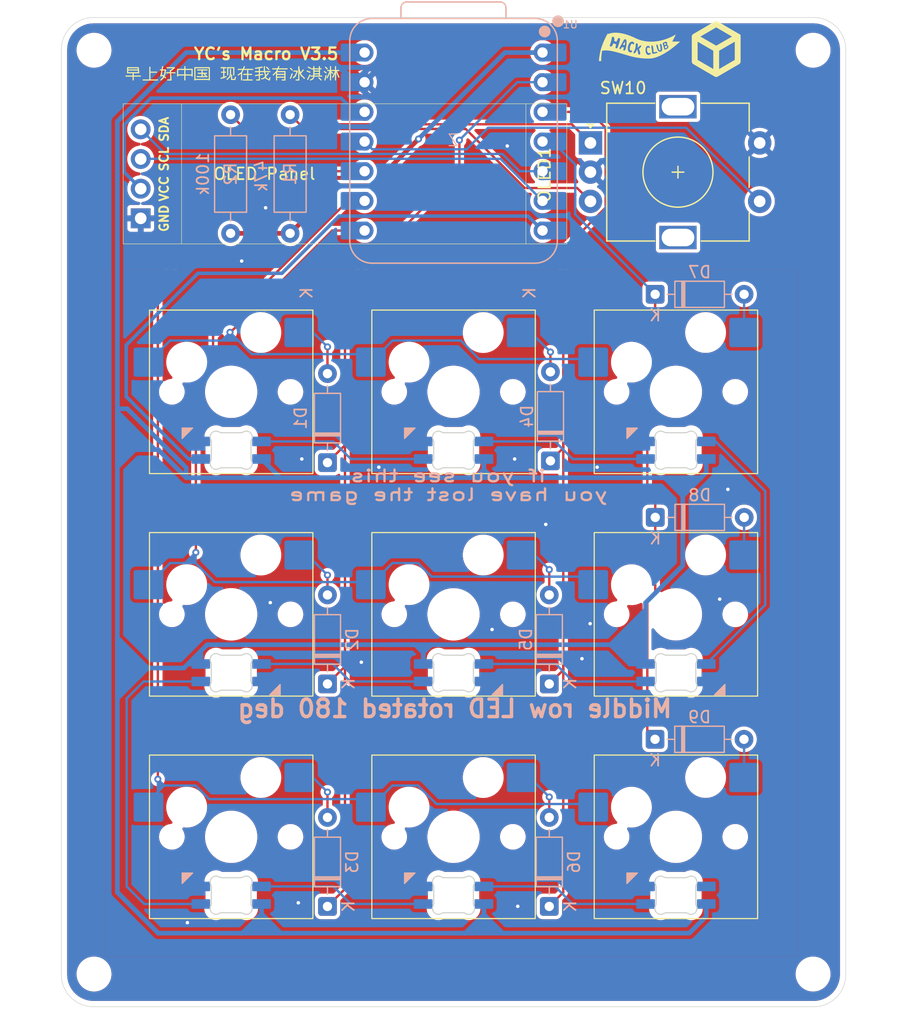
<source format=kicad_pcb>
(kicad_pcb (version 20241229) (generator "pcbnew") (generator_version "9.0")
  (layers (0 "F.Cu" signal) (2 "B.Cu" signal) (13 "F.Paste" user) (15 "B.Paste" user) (5 "F.SilkS" user "F.Silkscreen") (7 "B.SilkS" user "B.Silkscreen") (1 "F.Mask" user) (3 "B.Mask" user) (25 "Edge.Cuts" user))
  (net 0 "")
  (net 1 "C1")
  (net 2 "C2")
  (net 3 "C3")
  (net 4 "GND")
  (net 5 "+5V")
  (net 6 "Net-(OLED1-SCL)")
  (net 7 "Net-(D1-A)")
  (net 8 "R1")
  (net 9 "Net-(D2-A)")
  (net 10 "Net-(D3-A)")
  (net 11 "Net-(D4-A)")
  (net 12 "R2")
  (net 13 "Net-(D5-A)")
  (net 14 "Net-(D6-A)")
  (net 15 "Net-(D7-A)")
  (net 16 "R3")
  (net 17 "Net-(D8-A)")
  (net 18 "Net-(D9-A)")
  (net 19 "B")
  (net 20 "Net-(OLED1-SDA)")
  (net 21 "A")
  (net 22 "Net-(D10-DOUT)")
  (net 23 "LED")
  (net 24 "Net-(D11-DOUT)")
  (net 25 "Net-(D12-DOUT)")
  (net 26 "Net-(D13-DOUT)")
  (net 27 "Net-(D14-DOUT)")
  (net 28 "Net-(D15-DOUT)")
  (net 29 "Net-(D16-DOUT)")
  (net 30 "Net-(D17-DOUT)")
  (net 31 "+3V3")
  (net 32 "Net-(U1-GPIO3{slash}MOSI)")
  (net 33 "Net-(U1-GPIO26{slash}ADC0{slash}A0)")
  (footprint "MountingHole:MountingHole_2.5mm" (layer "F.Cu") (at 202.1 33.9)
    (property "Reference" "REF**" (hide yes))
    (property "Value" "MountingHole_2.5mm")
  )
  (footprint "miniled:MX_SK6812MINI-E_REV" (layer "F.Cu") (at 171.3 106.25)
    (property "Reference" "D17" (hide yes))
    (property "Value" "SK6812MINI")
    (fp_line (start -1.699999 0.702842) (end -1.699999 -0.702842) (stroke (width 0.1)) (layer "Edge.Cuts"))
    (fp_line (start -0.794452 -1.5) (end 0.794452 -1.5) (stroke (width 0.1)) (layer "Edge.Cuts"))
    (fp_line (start 0.794452 1.499999) (end -0.794453 1.499999) (stroke (width 0.1)) (layer "Edge.Cuts"))
    (fp_line (start 1.699999 -0.702842) (end 1.699999 0.702842) (stroke (width 0.1)) (layer "Edge.Cuts"))
    (fp_arc (start -1.749484 -0.91972) (mid -1.712527 -0.814068) (end -1.699999 -0.702842) (stroke (width 0.1)) (layer "Edge.Cuts"))
    (fp_arc (start -1.749484 -0.919719) (mid -1.638072 -1.504035) (end -1.046711 -1.568299) (stroke (width 0.1)) (layer "Edge.Cuts"))
    (fp_arc (start -1.699999 0.702843) (mid -1.712527 0.814068) (end -1.749484 0.91972) (stroke (width 0.1)) (layer "Edge.Cuts"))
    (fp_arc (start -1.046711 1.568298) (mid -1.638071 1.504034) (end -1.749484 0.91972) (stroke (width 0.1)) (layer "Edge.Cuts"))
    (fp_arc (start -1.046711 1.568298) (mid -0.925123 1.517376) (end -0.794453 1.499999) (stroke (width 0.1)) (layer "Edge.Cuts"))
    (fp_arc (start -0.794452 -1.5) (mid -0.925123 -1.517377) (end -1.046711 -1.568299) (stroke (width 0.1)) (layer "Edge.Cuts"))
    (fp_arc (start 0.794453 1.5) (mid 0.925123 1.517377) (end 1.046711 1.568299) (stroke (width 0.1)) (layer "Edge.Cuts"))
    (fp_arc (start 1.04671 -1.568299) (mid 0.925122 -1.517377) (end 0.794452 -1.5) (stroke (width 0.1)) (layer "Edge.Cuts"))
    (fp_arc (start 1.046711 -1.568297) (mid 1.63807 -1.504034) (end 1.749484 -0.91972) (stroke (width 0.1)) (layer "Edge.Cuts"))
    (fp_arc (start 1.699999 -0.702843) (mid 1.712527 -0.814068) (end 1.749484 -0.91972) (stroke (width 0.1)) (layer "Edge.Cuts"))
    (fp_arc (start 1.749484 0.91972) (mid 1.638071 1.504035) (end 1.046711 1.568299) (stroke (width 0.1)) (layer "Edge.Cuts"))
    (fp_arc (start 1.749484 0.91972) (mid 1.712527 0.814068) (end 1.699999 0.702842) (stroke (width 0.1)) (layer "Edge.Cuts"))
  )
  (footprint "miniled:MX_SK6812MINI-E_REV" (layer "F.Cu") (at 152.25 106.25)
    (property "Reference" "D16" (hide yes))
    (property "Value" "SK6812MINI")
    (fp_line (start -1.699999 0.702842) (end -1.699999 -0.702842) (stroke (width 0.1)) (layer "Edge.Cuts"))
    (fp_line (start -0.794452 -1.5) (end 0.794452 -1.5) (stroke (width 0.1)) (layer "Edge.Cuts"))
    (fp_line (start 0.794452 1.499999) (end -0.794453 1.499999) (stroke (width 0.1)) (layer "Edge.Cuts"))
    (fp_line (start 1.699999 -0.702842) (end 1.699999 0.702842) (stroke (width 0.1)) (layer "Edge.Cuts"))
    (fp_arc (start -1.749484 -0.91972) (mid -1.712527 -0.814068) (end -1.699999 -0.702842) (stroke (width 0.1)) (layer "Edge.Cuts"))
    (fp_arc (start -1.749484 -0.919719) (mid -1.638072 -1.504035) (end -1.046711 -1.568299) (stroke (width 0.1)) (layer "Edge.Cuts"))
    (fp_arc (start -1.699999 0.702843) (mid -1.712527 0.814068) (end -1.749484 0.91972) (stroke (width 0.1)) (layer "Edge.Cuts"))
    (fp_arc (start -1.046711 1.568298) (mid -1.638071 1.504034) (end -1.749484 0.91972) (stroke (width 0.1)) (layer "Edge.Cuts"))
    (fp_arc (start -1.046711 1.568298) (mid -0.925123 1.517376) (end -0.794453 1.499999) (stroke (width 0.1)) (layer "Edge.Cuts"))
    (fp_arc (start -0.794452 -1.5) (mid -0.925123 -1.517377) (end -1.046711 -1.568299) (stroke (width 0.1)) (layer "Edge.Cuts"))
    (fp_arc (start 0.794453 1.5) (mid 0.925123 1.517377) (end 1.046711 1.568299) (stroke (width 0.1)) (layer "Edge.Cuts"))
    (fp_arc (start 1.04671 -1.568299) (mid 0.925122 -1.517377) (end 0.794452 -1.5) (stroke (width 0.1)) (layer "Edge.Cuts"))
    (fp_arc (start 1.046711 -1.568297) (mid 1.63807 -1.504034) (end 1.749484 -0.91972) (stroke (width 0.1)) (layer "Edge.Cuts"))
    (fp_arc (start 1.699999 -0.702843) (mid 1.712527 -0.814068) (end 1.749484 -0.91972) (stroke (width 0.1)) (layer "Edge.Cuts"))
    (fp_arc (start 1.749484 0.91972) (mid 1.638071 1.504035) (end 1.046711 1.568299) (stroke (width 0.1)) (layer "Edge.Cuts"))
    (fp_arc (start 1.749484 0.91972) (mid 1.712527 0.814068) (end 1.699999 0.702842) (stroke (width 0.1)) (layer "Edge.Cuts"))
  )
  (footprint "miniled:MX_SK6812MINI-E_REV" (layer "F.Cu") (at 190.35 87.2 180)
    (property "Reference" "D13" (hide yes))
    (property "Value" "SK6812MINI")
    (fp_line (start 1.699999 -0.702842) (end 1.699999 0.702842) (stroke (width 0.1)) (layer "Edge.Cuts"))
    (fp_line (start 0.794452 1.499999) (end -0.794453 1.499999) (stroke (width 0.1)) (layer "Edge.Cuts"))
    (fp_line (start -0.794452 -1.5) (end 0.794452 -1.5) (stroke (width 0.1)) (layer "Edge.Cuts"))
    (fp_line (start -1.699999 0.702842) (end -1.699999 -0.702842) (stroke (width 0.1)) (layer "Edge.Cuts"))
    (fp_arc (start 1.749484 0.91972) (mid 1.712527 0.814068) (end 1.699999 0.702842) (stroke (width 0.1)) (layer "Edge.Cuts"))
    (fp_arc (start 1.749484 0.91972) (mid 1.638071 1.504035) (end 1.046711 1.568299) (stroke (width 0.1)) (layer "Edge.Cuts"))
    (fp_arc (start 1.699999 -0.702843) (mid 1.712527 -0.814068) (end 1.749484 -0.91972) (stroke (width 0.1)) (layer "Edge.Cuts"))
    (fp_arc (start 1.046711 -1.568297) (mid 1.63807 -1.504034) (end 1.749484 -0.91972) (stroke (width 0.1)) (layer "Edge.Cuts"))
    (fp_arc (start 1.04671 -1.568299) (mid 0.925122 -1.517377) (end 0.794452 -1.5) (stroke (width 0.1)) (layer "Edge.Cuts"))
    (fp_arc (start 0.794453 1.5) (mid 0.925123 1.517377) (end 1.046711 1.568299) (stroke (width 0.1)) (layer "Edge.Cuts"))
    (fp_arc (start -0.794452 -1.5) (mid -0.925123 -1.517377) (end -1.046711 -1.568299) (stroke (width 0.1)) (layer "Edge.Cuts"))
    (fp_arc (start -1.046711 1.568298) (mid -0.925123 1.517376) (end -0.794453 1.499999) (stroke (width 0.1)) (layer "Edge.Cuts"))
    (fp_arc (start -1.046711 1.568298) (mid -1.638071 1.504034) (end -1.749484 0.91972) (stroke (width 0.1)) (layer "Edge.Cuts"))
    (fp_arc (start -1.699999 0.702843) (mid -1.712527 0.814068) (end -1.749484 0.91972) (stroke (width 0.1)) (layer "Edge.Cuts"))
    (fp_arc (start -1.749484 -0.919719) (mid -1.638072 -1.504035) (end -1.046711 -1.568299) (stroke (width 0.1)) (layer "Edge.Cuts"))
    (fp_arc (start -1.749484 -0.91972) (mid -1.712527 -0.814068) (end -1.699999 -0.702842) (stroke (width 0.1)) (layer "Edge.Cuts"))
  )
  (footprint "miniled:MX_SK6812MINI-E_REV" (layer "F.Cu") (at 171.3 68.15)
    (property "Reference" "D11" (hide yes))
    (property "Value" "SK6812MINI")
    (fp_line (start -1.699999 0.702842) (end -1.699999 -0.702842) (stroke (width 0.1)) (layer "Edge.Cuts"))
    (fp_line (start -0.794452 -1.5) (end 0.794452 -1.5) (stroke (width 0.1)) (layer "Edge.Cuts"))
    (fp_line (start 0.794452 1.499999) (end -0.794453 1.499999) (stroke (width 0.1)) (layer "Edge.Cuts"))
    (fp_line (start 1.699999 -0.702842) (end 1.699999 0.702842) (stroke (width 0.1)) (layer "Edge.Cuts"))
    (fp_arc (start -1.749484 -0.91972) (mid -1.712527 -0.814068) (end -1.699999 -0.702842) (stroke (width 0.1)) (layer "Edge.Cuts"))
    (fp_arc (start -1.749484 -0.919719) (mid -1.638072 -1.504035) (end -1.046711 -1.568299) (stroke (width 0.1)) (layer "Edge.Cuts"))
    (fp_arc (start -1.699999 0.702843) (mid -1.712527 0.814068) (end -1.749484 0.91972) (stroke (width 0.1)) (layer "Edge.Cuts"))
    (fp_arc (start -1.046711 1.568298) (mid -1.638071 1.504034) (end -1.749484 0.91972) (stroke (width 0.1)) (layer "Edge.Cuts"))
    (fp_arc (start -1.046711 1.568298) (mid -0.925123 1.517376) (end -0.794453 1.499999) (stroke (width 0.1)) (layer "Edge.Cuts"))
    (fp_arc (start -0.794452 -1.5) (mid -0.925123 -1.517377) (end -1.046711 -1.568299) (stroke (width 0.1)) (layer "Edge.Cuts"))
    (fp_arc (start 0.794453 1.5) (mid 0.925123 1.517377) (end 1.046711 1.568299) (stroke (width 0.1)) (layer "Edge.Cuts"))
    (fp_arc (start 1.04671 -1.568299) (mid 0.925122 -1.517377) (end 0.794452 -1.5) (stroke (width 0.1)) (layer "Edge.Cuts"))
    (fp_arc (start 1.046711 -1.568297) (mid 1.63807 -1.504034) (end 1.749484 -0.91972) (stroke (width 0.1)) (layer "Edge.Cuts"))
    (fp_arc (start 1.699999 -0.702843) (mid 1.712527 -0.814068) (end 1.749484 -0.91972) (stroke (width 0.1)) (layer "Edge.Cuts"))
    (fp_arc (start 1.749484 0.91972) (mid 1.638071 1.504035) (end 1.046711 1.568299) (stroke (width 0.1)) (layer "Edge.Cuts"))
    (fp_arc (start 1.749484 0.91972) (mid 1.712527 0.814068) (end 1.699999 0.702842) (stroke (width 0.1)) (layer "Edge.Cuts"))
  )
  (footprint "miniled:MX_SK6812MINI-E_REV" (layer "F.Cu") (at 152.25 87.2 180)
    (property "Reference" "D15" (hide yes))
    (property "Value" "SK6812MINI")
    (fp_line (start 1.699999 -0.702842) (end 1.699999 0.702842) (stroke (width 0.1)) (layer "Edge.Cuts"))
    (fp_line (start 0.794452 1.499999) (end -0.794453 1.499999) (stroke (width 0.1)) (layer "Edge.Cuts"))
    (fp_line (start -0.794452 -1.5) (end 0.794452 -1.5) (stroke (width 0.1)) (layer "Edge.Cuts"))
    (fp_line (start -1.699999 0.702842) (end -1.699999 -0.702842) (stroke (width 0.1)) (layer "Edge.Cuts"))
    (fp_arc (start 1.749484 0.91972) (mid 1.712527 0.814068) (end 1.699999 0.702842) (stroke (width 0.1)) (layer "Edge.Cuts"))
    (fp_arc (start 1.749484 0.91972) (mid 1.638071 1.504035) (end 1.046711 1.568299) (stroke (width 0.1)) (layer "Edge.Cuts"))
    (fp_arc (start 1.699999 -0.702843) (mid 1.712527 -0.814068) (end 1.749484 -0.91972) (stroke (width 0.1)) (layer "Edge.Cuts"))
    (fp_arc (start 1.046711 -1.568297) (mid 1.63807 -1.504034) (end 1.749484 -0.91972) (stroke (width 0.1)) (layer "Edge.Cuts"))
    (fp_arc (start 1.04671 -1.568299) (mid 0.925122 -1.517377) (end 0.794452 -1.5) (stroke (width 0.1)) (layer "Edge.Cuts"))
    (fp_arc (start 0.794453 1.5) (mid 0.925123 1.517377) (end 1.046711 1.568299) (stroke (width 0.1)) (layer "Edge.Cuts"))
    (fp_arc (start -0.794452 -1.5) (mid -0.925123 -1.517377) (end -1.046711 -1.568299) (stroke (width 0.1)) (layer "Edge.Cuts"))
    (fp_arc (start -1.046711 1.568298) (mid -0.925123 1.517376) (end -0.794453 1.499999) (stroke (width 0.1)) (layer "Edge.Cuts"))
    (fp_arc (start -1.046711 1.568298) (mid -1.638071 1.504034) (end -1.749484 0.91972) (stroke (width 0.1)) (layer "Edge.Cuts"))
    (fp_arc (start -1.699999 0.702843) (mid -1.712527 0.814068) (end -1.749484 0.91972) (stroke (width 0.1)) (layer "Edge.Cuts"))
    (fp_arc (start -1.749484 -0.919719) (mid -1.638072 -1.504035) (end -1.046711 -1.568299) (stroke (width 0.1)) (layer "Edge.Cuts"))
    (fp_arc (start -1.749484 -0.91972) (mid -1.712527 -0.814068) (end -1.699999 -0.702842) (stroke (width 0.1)) (layer "Edge.Cuts"))
  )
  (footprint "miniled:MX_SK6812MINI-E_REV" (layer "F.Cu") (at 152.25 68.15)
    (property "Reference" "D10" (hide yes))
    (property "Value" "SK6812MINI")
    (fp_line (start -1.699999 0.702842) (end -1.699999 -0.702842) (stroke (width 0.1)) (layer "Edge.Cuts"))
    (fp_line (start -0.794452 -1.5) (end 0.794452 -1.5) (stroke (width 0.1)) (layer "Edge.Cuts"))
    (fp_line (start 0.794452 1.499999) (end -0.794453 1.499999) (stroke (width 0.1)) (layer "Edge.Cuts"))
    (fp_line (start 1.699999 -0.702842) (end 1.699999 0.702842) (stroke (width 0.1)) (layer "Edge.Cuts"))
    (fp_arc (start -1.749484 -0.91972) (mid -1.712527 -0.814068) (end -1.699999 -0.702842) (stroke (width 0.1)) (layer "Edge.Cuts"))
    (fp_arc (start -1.749484 -0.919719) (mid -1.638072 -1.504035) (end -1.046711 -1.568299) (stroke (width 0.1)) (layer "Edge.Cuts"))
    (fp_arc (start -1.699999 0.702843) (mid -1.712527 0.814068) (end -1.749484 0.91972) (stroke (width 0.1)) (layer "Edge.Cuts"))
    (fp_arc (start -1.046711 1.568298) (mid -1.638071 1.504034) (end -1.749484 0.91972) (stroke (width 0.1)) (layer "Edge.Cuts"))
    (fp_arc (start -1.046711 1.568298) (mid -0.925123 1.517376) (end -0.794453 1.499999) (stroke (width 0.1)) (layer "Edge.Cuts"))
    (fp_arc (start -0.794452 -1.5) (mid -0.925123 -1.517377) (end -1.046711 -1.568299) (stroke (width 0.1)) (layer "Edge.Cuts"))
    (fp_arc (start 0.794453 1.5) (mid 0.925123 1.517377) (end 1.046711 1.568299) (stroke (width 0.1)) (layer "Edge.Cuts"))
    (fp_arc (start 1.04671 -1.568299) (mid 0.925122 -1.517377) (end 0.794452 -1.5) (stroke (width 0.1)) (layer "Edge.Cuts"))
    (fp_arc (start 1.046711 -1.568297) (mid 1.63807 -1.504034) (end 1.749484 -0.91972) (stroke (width 0.1)) (layer "Edge.Cuts"))
    (fp_arc (start 1.699999 -0.702843) (mid 1.712527 -0.814068) (end 1.749484 -0.91972) (stroke (width 0.1)) (layer "Edge.Cuts"))
    (fp_arc (start 1.749484 0.91972) (mid 1.638071 1.504035) (end 1.046711 1.568299) (stroke (width 0.1)) (layer "Edge.Cuts"))
    (fp_arc (start 1.749484 0.91972) (mid 1.712527 0.814068) (end 1.699999 0.702842) (stroke (width 0.1)) (layer "Edge.Cuts"))
  )
  (footprint "MountingHole:MountingHole_2.5mm" (layer "F.Cu") (at 140.5 113)
    (property "Reference" "REF**" (hide yes))
    (property "Value" "MountingHole_2.5mm")
  )
  (footprint "MountingHole:MountingHole_2.5mm" (layer "F.Cu") (at 202.1 113)
    (property "Reference" "REF**" (hide yes))
    (property "Value" "MountingHole_2.5mm")
  )
  (footprint "miniled:MX_SK6812MINI-E_REV" (layer "F.Cu") (at 190.35 68.15)
    (property "Reference" "D12" (hide yes))
    (property "Value" "SK6812MINI")
    (fp_line (start -1.699999 0.702842) (end -1.699999 -0.702842) (stroke (width 0.1)) (layer "Edge.Cuts"))
    (fp_line (start -0.794452 -1.5) (end 0.794452 -1.5) (stroke (width 0.1)) (layer "Edge.Cuts"))
    (fp_line (start 0.794452 1.499999) (end -0.794453 1.499999) (stroke (width 0.1)) (layer "Edge.Cuts"))
    (fp_line (start 1.699999 -0.702842) (end 1.699999 0.702842) (stroke (width 0.1)) (layer "Edge.Cuts"))
    (fp_arc (start -1.749484 -0.91972) (mid -1.712527 -0.814068) (end -1.699999 -0.702842) (stroke (width 0.1)) (layer "Edge.Cuts"))
    (fp_arc (start -1.749484 -0.919719) (mid -1.638072 -1.504035) (end -1.046711 -1.568299) (stroke (width 0.1)) (layer "Edge.Cuts"))
    (fp_arc (start -1.699999 0.702843) (mid -1.712527 0.814068) (end -1.749484 0.91972) (stroke (width 0.1)) (layer "Edge.Cuts"))
    (fp_arc (start -1.046711 1.568298) (mid -1.638071 1.504034) (end -1.749484 0.91972) (stroke (width 0.1)) (layer "Edge.Cuts"))
    (fp_arc (start -1.046711 1.568298) (mid -0.925123 1.517376) (end -0.794453 1.499999) (stroke (width 0.1)) (layer "Edge.Cuts"))
    (fp_arc (start -0.794452 -1.5) (mid -0.925123 -1.517377) (end -1.046711 -1.568299) (stroke (width 0.1)) (layer "Edge.Cuts"))
    (fp_arc (start 0.794453 1.5) (mid 0.925123 1.517377) (end 1.046711 1.568299) (stroke (width 0.1)) (layer "Edge.Cuts"))
    (fp_arc (start 1.04671 -1.568299) (mid 0.925122 -1.517377) (end 0.794452 -1.5) (stroke (width 0.1)) (layer "Edge.Cuts"))
    (fp_arc (start 1.046711 -1.568297) (mid 1.63807 -1.504034) (end 1.749484 -0.91972) (stroke (width 0.1)) (layer "Edge.Cuts"))
    (fp_arc (start 1.699999 -0.702843) (mid 1.712527 -0.814068) (end 1.749484 -0.91972) (stroke (width 0.1)) (layer "Edge.Cuts"))
    (fp_arc (start 1.749484 0.91972) (mid 1.638071 1.504035) (end 1.046711 1.568299) (stroke (width 0.1)) (layer "Edge.Cuts"))
    (fp_arc (start 1.749484 0.91972) (mid 1.712527 0.814068) (end 1.699999 0.702842) (stroke (width 0.1)) (layer "Edge.Cuts"))
  )
  (footprint "Rotary_Encoder:RotaryEncoder_Alps_EC11E-Switch_Vertical_H20mm" (layer "F.Cu") (at 183.025 41.8375)
    (property "Reference" "SW10")
    (property "Value" "RotaryEncoder_Switch")
  )
  (footprint "MountingHole:MountingHole_2.5mm" (layer "F.Cu") (at 140.5 33.9)
    (property "Reference" "REF**" (hide yes))
    (property "Value" "MountingHole_2.5mm")
  )
  (footprint "miniled:MX_SK6812MINI-E_REV" (layer "F.Cu") (at 190.35 106.25)
    (property "Reference" "D18" (hide yes))
    (property "Value" "SK6812MINI")
    (fp_line (start -1.699999 0.702842) (end -1.699999 -0.702842) (stroke (width 0.1)) (layer "Edge.Cuts"))
    (fp_line (start -0.794452 -1.5) (end 0.794452 -1.5) (stroke (width 0.1)) (layer "Edge.Cuts"))
    (fp_line (start 0.794452 1.499999) (end -0.794453 1.499999) (stroke (width 0.1)) (layer "Edge.Cuts"))
    (fp_line (start 1.699999 -0.702842) (end 1.699999 0.702842) (stroke (width 0.1)) (layer "Edge.Cuts"))
    (fp_arc (start -1.749484 -0.91972) (mid -1.712527 -0.814068) (end -1.699999 -0.702842) (stroke (width 0.1)) (layer "Edge.Cuts"))
    (fp_arc (start -1.749484 -0.919719) (mid -1.638072 -1.504035) (end -1.046711 -1.568299) (stroke (width 0.1)) (layer "Edge.Cuts"))
    (fp_arc (start -1.699999 0.702843) (mid -1.712527 0.814068) (end -1.749484 0.91972) (stroke (width 0.1)) (layer "Edge.Cuts"))
    (fp_arc (start -1.046711 1.568298) (mid -1.638071 1.504034) (end -1.749484 0.91972) (stroke (width 0.1)) (layer "Edge.Cuts"))
    (fp_arc (start -1.046711 1.568298) (mid -0.925123 1.517376) (end -0.794453 1.499999) (stroke (width 0.1)) (layer "Edge.Cuts"))
    (fp_arc (start -0.794452 -1.5) (mid -0.925123 -1.517377) (end -1.046711 -1.568299) (stroke (width 0.1)) (layer "Edge.Cuts"))
    (fp_arc (start 0.794453 1.5) (mid 0.925123 1.517377) (end 1.046711 1.568299) (stroke (width 0.1)) (layer "Edge.Cuts"))
    (fp_arc (start 1.04671 -1.568299) (mid 0.925122 -1.517377) (end 0.794452 -1.5) (stroke (width 0.1)) (layer "Edge.Cuts"))
    (fp_arc (start 1.046711 -1.568297) (mid 1.63807 -1.504034) (end 1.749484 -0.91972) (stroke (width 0.1)) (layer "Edge.Cuts"))
    (fp_arc (start 1.699999 -0.702843) (mid 1.712527 -0.814068) (end 1.749484 -0.91972) (stroke (width 0.1)) (layer "Edge.Cuts"))
    (fp_arc (start 1.749484 0.91972) (mid 1.638071 1.504035) (end 1.046711 1.568299) (stroke (width 0.1)) (layer "Edge.Cuts"))
    (fp_arc (start 1.749484 0.91972) (mid 1.712527 0.814068) (end 1.699999 0.702842) (stroke (width 0.1)) (layer "Edge.Cuts"))
  )
  (footprint "OLED:SSD1306-0.91-OLED-4pin-128x32" (layer "F.Cu") (at 181 50.485 180)
    (property "Reference" "OLED1")
    (property "Value" "~")
  )
  (footprint "miniled:MX_SK6812MINI-E_REV" (layer "F.Cu") (at 171.3 87.2 180)
    (property "Reference" "D14" (hide yes))
    (property "Value" "SK6812MINI")
    (fp_line (start 1.699999 -0.702842) (end 1.699999 0.702842) (stroke (width 0.1)) (layer "Edge.Cuts"))
    (fp_line (start 0.794452 1.499999) (end -0.794453 1.499999) (stroke (width 0.1)) (layer "Edge.Cuts"))
    (fp_line (start -0.794452 -1.5) (end 0.794452 -1.5) (stroke (width 0.1)) (layer "Edge.Cuts"))
    (fp_line (start -1.699999 0.702842) (end -1.699999 -0.702842) (stroke (width 0.1)) (layer "Edge.Cuts"))
    (fp_arc (start 1.749484 0.91972) (mid 1.712527 0.814068) (end 1.699999 0.702842) (stroke (width 0.1)) (layer "Edge.Cuts"))
    (fp_arc (start 1.749484 0.91972) (mid 1.638071 1.504035) (end 1.046711 1.568299) (stroke (width 0.1)) (layer "Edge.Cuts"))
    (fp_arc (start 1.699999 -0.702843) (mid 1.712527 -0.814068) (end 1.749484 -0.91972) (stroke (width 0.1)) (layer "Edge.Cuts"))
    (fp_arc (start 1.046711 -1.568297) (mid 1.63807 -1.504034) (end 1.749484 -0.91972) (stroke (width 0.1)) (layer "Edge.Cuts"))
    (fp_arc (start 1.04671 -1.568299) (mid 0.925122 -1.517377) (end 0.794452 -1.5) (stroke (width 0.1)) (layer "Edge.Cuts"))
    (fp_arc (start 0.794453 1.5) (mid 0.925123 1.517377) (end 1.046711 1.568299) (stroke (width 0.1)) (layer "Edge.Cuts"))
    (fp_arc (start -0.794452 -1.5) (mid -0.925123 -1.517377) (end -1.046711 -1.568299) (stroke (width 0.1)) (layer "Edge.Cuts"))
    (fp_arc (start -1.046711 1.568298) (mid -0.925123 1.517376) (end -0.794453 1.499999) (stroke (width 0.1)) (layer "Edge.Cuts"))
    (fp_arc (start -1.046711 1.568298) (mid -1.638071 1.504034) (end -1.749484 0.91972) (stroke (width 0.1)) (layer "Edge.Cuts"))
    (fp_arc (start -1.699999 0.702843) (mid -1.712527 0.814068) (end -1.749484 0.91972) (stroke (width 0.1)) (layer "Edge.Cuts"))
    (fp_arc (start -1.749484 -0.919719) (mid -1.638072 -1.504035) (end -1.046711 -1.568299) (stroke (width 0.1)) (layer "Edge.Cuts"))
    (fp_arc (start -1.749484 -0.91972) (mid -1.712527 -0.814068) (end -1.699999 -0.702842) (stroke (width 0.1)) (layer "Edge.Cuts"))
  )
  (footprint "Diode_THT:D_DO-35_SOD27_P7.62mm_Horizontal" (layer "B.Cu") (at 160.5 88.16 90)
    (property "Reference" "D2")
    (property "Value" "1N4148")
  )
  (footprint "mx:MX-Hotswap-1U" (layer "B.Cu") (at 171.3 101.25 180)
    (property "Reference" "SW6")
    (property "Value" "SW_Push")
  )
  (footprint "Diode_THT:D_DO-35_SOD27_P7.62mm_Horizontal" (layer "B.Cu") (at 188.57 54.8)
    (property "Reference" "D7")
    (property "Value" "1N4148")
  )
  (footprint "Diode_THT:D_DO-35_SOD27_P7.62mm_Horizontal" (layer "B.Cu") (at 179.5 88.16 90)
    (property "Reference" "D5")
    (property "Value" "1N4148")
  )
  (footprint "Diode_THT:D_DO-35_SOD27_P7.62mm_Horizontal" (layer "B.Cu") (at 160.5 69.21 90)
    (property "Reference" "D1")
    (property "Value" "1N4148")
  )
  (footprint "mx:MX-Hotswap-1U" (layer "B.Cu") (at 190.35 101.25 180)
    (property "Reference" "SW9")
    (property "Value" "SW_Push")
  )
  (footprint "OPL:XIAO-RP2040-DIP" (layer "B.Cu") (at 171.3 41.71875 180)
    (property "Reference" "U1")
    (property "Value" "XIAO-RP2040-DIP")
  )
  (footprint "mx:MX-Hotswap-1U" (layer "B.Cu") (at 152.25 101.25 180)
    (property "Reference" "SW3")
    (property "Value" "SW_Push")
  )
  (footprint "mx:MX-Hotswap-1U" (layer "B.Cu") (at 190.35 63.15 180)
    (property "Reference" "SW7")
    (property "Value" "SW_Push")
  )
  (footprint "mx:MX-Hotswap-1U" (layer "B.Cu") (at 152.25 63.15 180)
    (property "Reference" "SW1")
    (property "Value" "SW_Push")
  )
  (footprint "Resistor_THT:R_Axial_DIN0207_L6.3mm_D2.5mm_P10.16mm_Horizontal" (layer "B.Cu") (at 152.2 49.58 90)
    (property "Reference" "R2")
    (property "Value" "100k")
  )
  (footprint "Diode_THT:D_DO-35_SOD27_P7.62mm_Horizontal" (layer "B.Cu") (at 188.56 92.9)
    (property "Reference" "D9")
    (property "Value" "1N4148")
  )
  (footprint "Resistor_THT:R_Axial_DIN0207_L6.3mm_D2.5mm_P10.16mm_Horizontal" (layer "B.Cu") (at 157.3 39.42 -90)
    (property "Reference" "R1")
    (property "Value" "47k")
  )
  (footprint "mx:MX-Hotswap-1U" (layer "B.Cu") (at 171.3 82.2 180)
    (property "Reference" "SW5")
    (property "Value" "SW_Push")
  )
  (footprint "Diode_THT:D_DO-35_SOD27_P7.62mm_Horizontal" (layer "B.Cu") (at 179.5 107.21 90)
    (property "Reference" "D6")
    (property "Value" "1N4148")
  )
  (footprint "Diode_THT:D_DO-35_SOD27_P7.62mm_Horizontal" (layer "B.Cu") (at 179.6 69.06 90)
    (property "Reference" "D4")
    (property "Value" "1N4148")
  )
  (footprint "mx:MX-Hotswap-1U" (layer "B.Cu") (at 152.25 82.2 180)
    (property "Reference" "SW2")
    (property "Value" "SW_Push")
  )
  (footprint "mx:MX-Hotswap-1U" (layer "B.Cu") (at 171.3 63.15 180)
    (property "Reference" "SW4")
    (property "Value" "SW_Push")
  )
  (footprint "Diode_THT:D_DO-35_SOD27_P7.62mm_Horizontal" (layer "B.Cu") (at 160.5 107.21 90)
    (property "Reference" "D3")
    (property "Value" "1N4148")
  )
  (footprint "mx:MX-Hotswap-1U" (layer "B.Cu") (at 190.35 82.2 180)
    (property "Reference" "SW8")
    (property "Value" "SW_Push")
  )
  (footprint "Diode_THT:D_DO-35_SOD27_P7.62mm_Horizontal" (layer "B.Cu") (at 188.58 73.9)
    (property "Reference" "D8")
    (property "Value" "1N4148")
  )
  (gr_rect (start 183.35 56.15) (end 197.35 70.15) (stroke (width 0.1)) (fill no) (layer "F.SilkS"))
  (gr_rect (start 164.3 75.2) (end 178.3 89.2) (stroke (width 0.1)) (fill no) (layer "F.SilkS"))
  (gr_line (start 193.8 33.8) (end 195.276677 32.94744) (stroke (width 0.5)) (layer "F.SilkS"))
  (gr_poly (pts (xy 185.973304 33.183584) (xy 185.973816 33.183631) (xy 185.97432 33.183706) (xy 185.977823 33.185133) (xy 185.980864 33.188016) (xy 185.983466 33.192257) (xy 185.985651 33.197756) (xy 185.987443 33.204416) (xy 185.988865 33.212138) (xy 185.990689 33.230375) (xy 185.991308 33.251679) (xy 185.990907 33.275263) (xy 185.989669 33.300338) (xy 185.987779 33.326117) (xy 185.982779 33.376639) (xy 185.977383 33.420527) (xy 185.971297 33.463198) (xy 185.795287 33.433148) (xy 185.965199 33.18598) (xy 185.965838 33.185612) (xy 185.966468 33.185276) (xy 185.967088 33.18497) (xy 185.967699 33.184696) (xy 185.9683 33.184451) (xy 185.968893 33.184237) (xy 185.969475 33.184053) (xy 185.970049 33.183899) (xy 185.970614 33.183774) (xy 185.97117 33.183678) (xy 185.971717 33.183612) (xy 185.972255 33.183574) (xy 185.972784 33.183565)) (fill yes) (layer "F.SilkS"))
  (gr_poly (pts (xy 189.458356 33.297661) (xy 189.463198 33.298115) (xy 189.465547 33.298461) (xy 189.467848 33.298891) (xy 189.470097 33.299405) (xy 189.472295 33.300007) (xy 189.47444 33.300697) (xy 189.47653 33.301479) (xy 189.478565 33.302355) (xy 189.480542 33.303326) (xy 189.482461 33.304395) (xy 189.484321 33.305565) (xy 189.486119 33.306836) (xy 189.487856 33.308212) (xy 189.489528 33.309694) (xy 189.491136 33.311285) (xy 189.492678 33.312987) (xy 189.494153 33.314802) (xy 189.495558 33.316732) (xy 189.496894 33.318779) (xy 189.498159 33.320946) (xy 189.499351 33.323234) (xy 189.500469 33.325646) (xy 189.501511 33.328184) (xy 189.502478 33.33085) (xy 189.503366 33.333647) (xy 189.504176 33.336576) (xy 189.504905 33.339639) (xy 189.506023 33.346741) (xy 189.506263 33.353724) (xy 189.505682 33.36058) (xy 189.504333 33.367304) (xy 189.502272 33.373887) (xy 189.499555 33.380323) (xy 189.496237 33.386606) (xy 189.492372 33.392727) (xy 189.488016 33.398681) (xy 189.483225 33.404459) (xy 189.478053 33.410056) (xy 189.472556 33.415464) (xy 189.466789 33.420676) (xy 189.460806 33.425685) (xy 189.448418 33.435067) (xy 189.435833 33.443554) (xy 189.423493 33.451091) (xy 189.41184 33.457621) (xy 189.401315 33.463089) (xy 189.385416 33.470615) (xy 189.379331 33.473223) (xy 189.320601 33.335686) (xy 189.387235 33.311709) (xy 189.403439 33.306533) (xy 189.411352 33.304269) (xy 189.419109 33.30227) (xy 189.426688 33.300572) (xy 189.434067 33.299212) (xy 189.441225 33.298227) (xy 189.448138 33.297652) (xy 189.453333 33.297513)) (fill yes) (layer "F.SilkS"))
  (gr_poly (pts (xy 189.532128 33.531003) (xy 189.537834 33.531319) (xy 189.543453 33.531966) (xy 189.548968 33.532963) (xy 189.551682 33.533599) (xy 189.554364 33.53433) (xy 189.557012 33.535157) (xy 189.559624 33.536084) (xy 189.562198 33.537113) (xy 189.564732 33.538247) (xy 189.567224 33.539487) (xy 189.569673 33.540837) (xy 189.572075 33.542298) (xy 189.57443 33.543874) (xy 189.576734 33.545565) (xy 189.578986 33.547376) (xy 189.581185 33.549308) (xy 189.583327 33.551364) (xy 189.585412 33.553546) (xy 189.587436 33.555857) (xy 189.589398 33.558299) (xy 189.591297 33.560874) (xy 189.593129 33.563585) (xy 189.594893 33.566434) (xy 189.596588 33.569424) (xy 189.59821 33.572558) (xy 189.599758 33.575836) (xy 189.60123 33.579263) (xy 189.60467 33.589255) (xy 189.606714 33.59886) (xy 189.607445 33.608085) (xy 189.606948 33.616937) (xy 189.605307 33.625422) (xy 189.602609 33.633547) (xy 189.598936 33.641319) (xy 189.594374 33.648745) (xy 189.589008 33.655831) (xy 189.582921 33.662583) (xy 189.576199 33.66901) (xy 189.568926 33.675117) (xy 189.561186 33.680911) (xy 189.553066 33.686399) (xy 189.536018 33.696482) (xy 189.518459 33.705422) (xy 189.501067 33.713271) (xy 189.469488 33.725911) (xy 189.446698 33.734834) (xy 189.440292 33.738035) (xy 189.438632 33.739344) (xy 189.438113 33.740468) (xy 189.399485 33.579263) (xy 189.410992 33.571927) (xy 189.424034 33.564377) (xy 189.440742 33.555678) (xy 189.450192 33.551236) (xy 189.460223 33.546911) (xy 189.470723 33.54284) (xy 189.481581 33.539156) (xy 189.492684 33.535994) (xy 189.503921 33.533491) (xy 189.515181 33.53178) (xy 189.526351 33.530997)) (fill yes) (layer "F.SilkS"))
  (gr_rect (start 164.3 56.15) (end 178.3 70.15) (stroke (width 0.1)) (fill no) (layer "F.SilkS"))
  (gr_poly (pts (xy 185.247671 32.399283) (xy 185.398668 32.40882) (xy 185.564698 32.429198) (xy 185.653444 32.443955) (xy 185.746061 32.462025) (xy 185.842586 32.483609) (xy 185.943057 32.508908) (xy 186.047511 32.538123) (xy 186.155985 32.571455) (xy 186.268517 32.609105) (xy 186.385145 32.651273) (xy 186.505905 32.698161) (xy 186.630836 32.749969) (xy 186.759975 32.806899) (xy 186.893359 32.869151) (xy 187.039653 32.934613) (xy 187.185785 32.990986) (xy 187.331515 33.038695) (xy 187.476606 33.078166) (xy 187.620818 33.109825) (xy 187.763913 33.134096) (xy 187.905653 33.151407) (xy 188.045797 33.162182) (xy 188.184108 33.166847) (xy 188.320347 33.165828) (xy 188.454275 33.15955) (xy 188.585653 33.148439) (xy 188.714243 33.13292) (xy 188.839806 33.11342) (xy 188.962103 33.090363) (xy 189.080895 33.064176) (xy 189.30701 33.004112) (xy 189.516242 32.936633) (xy 189.706681 32.865143) (xy 189.876417 32.793049) (xy 190.023539 32.723753) (xy 190.146138 32.660663) (xy 190.310127 32.566715) (xy 190.311024 32.566231) (xy 190.311953 32.565864) (xy 190.312909 32.565608) (xy 190.313888 32.56546) (xy 190.314883 32.565414) (xy 190.315891 32.565466) (xy 190.316906 32.565611) (xy 190.317924 32.565845) (xy 190.318939 32.566161) (xy 190.319946 32.566557) (xy 190.320941 32.567027) (xy 190.321918 32.567566) (xy 190.322873 32.568169) (xy 190.323801 32.568833) (xy 190.324696 32.569552) (xy 190.325555 32.570321) (xy 190.32637 32.571136) (xy 190.327139 32.571992) (xy 190.327856 32.572884) (xy 190.328515 32.573807) (xy 190.329113 32.574758) (xy 190.329644 32.57573) (xy 190.330102 32.57672) (xy 190.330484 32.577723) (xy 190.330784 32.578733) (xy 190.330997 32.579746) (xy 190.331119 32.580758) (xy 190.331144 32.581764) (xy 190.331067 32.582758) (xy 190.330884 32.583737) (xy 190.330589 32.584696) (xy 190.330177 32.585629) (xy 190.045983 33.138825) (xy 190.045594 33.139646) (xy 190.045265 33.140476) (xy 190.044996 33.14131) (xy 190.044786 33.142148) (xy 190.044633 33.142986) (xy 190.044535 33.143824) (xy 190.044493 33.144658) (xy 190.044503 33.145487) (xy 190.044566 33.146308) (xy 190.044679 33.147119) (xy 190.044842 33.147917) (xy 190.045053 33.148702) (xy 190.045311 33.14947) (xy 190.045614 33.15022) (xy 190.045962 33.150949) (xy 190.046353 33.151655) (xy 190.046786 33.152335) (xy 190.04726 33.152989) (xy 190.047773 33.153613) (xy 190.048323 33.154205) (xy 190.048911 33.154763) (xy 190.049533 33.155286) (xy 190.05019 33.15577) (xy 190.05088 33.156213) (xy 190.051602 33.156615) (xy 190.052353 33.156971) (xy 190.053134 33.157281) (xy 190.053943 33.157541) (xy 190.054778 33.15775) (xy 190.055638 33.157906) (xy 190.056522 33.158006) (xy 190.057429 33.158048) (xy 190.287034 33.159947) (xy 190.469383 33.15994) (xy 190.67765 33.158203) (xy 190.678757 33.158228) (xy 190.679831 33.15833) (xy 190.680872 33.158506) (xy 190.681877 33.158752) (xy 190.682844 33.159065) (xy 190.683771 33.159441) (xy 190.684657 33.159876) (xy 190.685499 33.160368) (xy 190.686296 33.160912) (xy 190.687045 33.161506) (xy 190.687745 33.162145) (xy 190.688395 33.162826) (xy 190.688991 33.163546) (xy 190.689532 33.164301) (xy 190.690016 33.165087) (xy 190.690442 33.165902) (xy 190.690807 33.166741) (xy 190.69111 33.167601) (xy 190.691348 33.168478) (xy 190.69152 33.16937) (xy 190.691624 33.170272) (xy 190.691658 33.171181) (xy 190.69162 33.172093) (xy 190.691508 33.173006) (xy 190.691321 33.173915) (xy 190.691055 33.174816) (xy 190.69071 33.175707) (xy 190.690284 33.176585) (xy 190.689774 33.177444) (xy 190.68918 33.178282) (xy 190.688498 33.179096) (xy 190.687727 33.179882) (xy 190.562865 33.294127) (xy 190.345133 33.481525) (xy 190.051735 33.714834) (xy 189.882038 33.840192) (xy 189.699875 33.966811) (xy 189.507398 34.091287) (xy 189.306757 34.210215) (xy 189.100103 34.320189) (xy 188.889585 34.417803) (xy 188.677355 34.499653) (xy 188.57127 34.533602) (xy 188.465562 34.562333) (xy 188.360502 34.585421) (xy 188.256358 34.602439) (xy 188.153399 34.612962) (xy 188.051893 34.616564) (xy 187.840735 34.613475) (xy 187.641082 34.604537) (xy 187.451988 34.590243) (xy 187.27251 34.571085) (xy 187.101703 34.547557) (xy 186.938624 34.520153) (xy 186.782328 34.489364) (xy 186.631871 34.455683) (xy 186.486309 34.419605) (xy 186.344698 34.381622) (xy 186.069551 34.301911) (xy 185.798877 34.220497) (xy 185.525122 34.141322) (xy 185.42272 34.113693) (xy 186.715772 34.113693) (xy 186.716412 34.121681) (xy 186.717896 34.129119) (xy 186.720193 34.135965) (xy 186.723272 34.14218) (xy 186.727103 34.147725) (xy 186.731654 34.152558) (xy 186.736894 34.156641) (xy 186.742793 34.159934) (xy 186.74932 34.162396) (xy 186.756443 34.163988) (xy 186.764133 34.16467) (xy 186.772358 34.164401) (xy 186.781087 34.163143) (xy 186.790289 34.160855) (xy 186.799934 34.157498) (xy 186.809991 34.15303) (xy 186.820428 34.147414) (xy 186.831215 34.140608) (xy 186.842322 34.132573) (xy 186.853716 34.123269) (xy 186.865368 34.112656) (xy 186.877246 34.100695) (xy 186.88932 34.087345) (xy 186.901559 34.072566) (xy 186.913931 34.056319) (xy 186.926406 34.038563) (xy 186.9325 34.029305) (xy 186.938614 34.018669) (xy 186.944691 34.006927) (xy 186.950674 33.994352) (xy 186.956506 33.981216) (xy 186.96213 33.967793) (xy 186.972526 33.941172) (xy 186.981406 33.916672) (xy 186.988313 33.896472) (xy 186.994386 33.877695) (xy 187.052471 33.871158) (xy 187.079303 33.994779) (xy 187.100214 34.099951) (xy 187.10886 34.148981) (xy 187.114896 34.190156) (xy 187.1165 34.198689) (xy 187.118931 34.206953) (xy 187.122134 34.214914) (xy 187.12605 34.222534) (xy 187.130622 34.229779) (xy 187.135794 34.236613) (xy 187.141508 34.243001) (xy 187.147706 34.248907) (xy 187.154333 34.254296) (xy 187.16133 34.259132) (xy 187.16864 34.26338) (xy 187.176207 34.267004) (xy 187.183973 34.269968) (xy 187.19188 34.272238) (xy 187.199873 34.273777) (xy 187.207892 34.274551) (xy 187.215883 34.274523) (xy 187.223786 34.273659) (xy 187.231546 34.271922) (xy 187.239104 34.269277) (xy 187.246404 34.265689) (xy 187.253389 34.261122) (xy 187.260001 34.25554) (xy 187.266183 34.248909) (xy 187.271879 34.241192) (xy 187.27703 34.232355) (xy 187.28158 34.222361) (xy 187.285471 34.211175) (xy 187.288647 34.198761) (xy 187.29105 34.185085) (xy 187.292623 34.17011) (xy 187.293309 34.153802) (xy 187.290374 34.129484) (xy 187.285919 34.103106) (xy 187.279906 34.07466) (xy 187.272297 34.044135) (xy 187.263052 34.011522) (xy 187.252134 33.97681) (xy 187.239503 33.93999) (xy 187.225122 33.901052) (xy 187.221199 33.890419) (xy 187.747649 33.890419) (xy 187.747958 33.922059) (xy 187.749045 33.94586) (xy 187.750702 33.969007) (xy 187.752925 33.991488) (xy 187.755711 34.01329) (xy 187.759054 34.034401) (xy 187.762952 34.054809) (xy 187.767399 34.074501) (xy 187.772392 34.093464) (xy 187.777926 34.111687) (xy 187.783997 34.129156) (xy 187.790602 34.14586) (xy 187.797736 34.161786) (xy 187.805394 34.176922) (xy 187.813574 34.191254) (xy 187.82227 34.204772) (xy 187.831478 34.217461) (xy 187.841195 34.229311) (xy 187.851416 34.240308) (xy 187.862137 34.25044) (xy 187.873353 34.259695) (xy 187.885062 34.26806) (xy 187.897258 34.275523) (xy 187.909937 34.282071) (xy 187.923096 34.287692) (xy 187.93673 34.292374) (xy 187.950835 34.296104) (xy 187.965407 34.298869) (xy 187.980441 34.300658) (xy 187.995934 34.301458) (xy 188.011882 34.301256) (xy 188.028279 34.30004) (xy 188.045123 34.297798) (xy 188.061538 34.294746) (xy 188.07668 34.291138) (xy 188.090597 34.287017) (xy 188.103334 34.282425) (xy 188.114937 34.277403) (xy 188.125452 34.271994) (xy 188.134925 34.266239) (xy 188.143402 34.260181) (xy 188.150929 34.25386) (xy 188.157551 34.24732) (xy 188.163316 34.240602) (xy 188.168268 34.233748) (xy 188.172454 34.226799) (xy 188.17592 34.219798) (xy 188.178711 34.212787) (xy 188.180874 34.205808) (xy 188.182455 34.198902) (xy 188.183499 34.192112) (xy 188.184052 34.185479) (xy 188.184161 34.179045) (xy 188.183871 34.172853) (xy 188.183229 34.166943) (xy 188.18228 34.161359) (xy 188.18107 34.156141) (xy 188.179645 34.151332) (xy 188.178052 34.146974) (xy 188.176335 34.143109) (xy 188.174542 34.139778) (xy 188.172718 34.137024) (xy 188.170909 34.134889) (xy 188.16916 34.133413) (xy 188.167519 34.13264) (xy 188.165102 34.131861) (xy 188.162801 34.130884) (xy 188.158072 34.128658) (xy 188.155406 34.127572) (xy 188.15238 34.126611) (xy 188.148874 34.125859) (xy 188.14477 34.125394) (xy 188.139949 34.1253) (xy 188.134291 34.125656) (xy 188.127677 34.126545) (xy 188.119989 34.128047) (xy 188.111106 34.130244) (xy 188.100911 34.133216) (xy 188.089283 34.137045) (xy 188.076103 34.141813) (xy 188.069157 34.144264) (xy 188.062318 34.146356) (xy 188.055583 34.148083) (xy 188.048951 34.149442) (xy 188.042421 34.15043) (xy 188.03599 34.151043) (xy 188.029657 34.151276) (xy 188.023421 34.151127) (xy 188.017279 34.150591) (xy 188.01123 34.149664) (xy 188.005272 34.148344) (xy 187.999403 34.146625) (xy 187.993622 34.144505) (xy 187.987927 34.141979) (xy 187.982317 34.139044) (xy 187.976789 34.135696) (xy 187.971342 34.131931) (xy 187.965974 34.127745) (xy 187.960684 34.123135) (xy 187.955469 34.118098) (xy 187.950328 34.112628) (xy 187.94526 34.106722) (xy 187.940262 34.100378) (xy 187.935334 34.09359) (xy 187.930472 34.086355) (xy 187.925676 34.078669) (xy 187.916274 34.06193) (xy 187.907114 34.043344) (xy 187.898181 34.022879) (xy 187.892533 34.007569) (xy 187.887305 33.990755) (xy 187.882583 33.972641) (xy 187.878453 33.953431) (xy 187.875 33.933329) (xy 187.872312 33.912539) (xy 187.870474 33.891264) (xy 187.869572 33.869708) (xy 187.869693 33.848076) (xy 187.870922 33.82657) (xy 187.873346 33.805394) (xy 187.877051 33.784753) (xy 187.882122 33.76485) (xy 187.888647 33.745888) (xy 187.89248 33.736824) (xy 187.89671 33.728073) (xy 187.901345 33.719658) (xy 187.906398 33.711606) (xy 187.907968 33.709331) (xy 187.909532 33.707159) (xy 187.911088 33.705086) (xy 187.912635 33.70311) (xy 187.914173 33.701227) (xy 187.9157 33.699434) (xy 187.918714 33.696109) (xy 187.92167 33.693111) (xy 187.924557 33.690414) (xy 187.927365 33.687997) (xy 187.930085 33.685834) (xy 187.932706 33.683902) (xy 187.935219 33.682177) (xy 187.937614 33.680636) (xy 187.939882 33.679253) (xy 187.947481 33.674839) (xy 187.950628 33.673036) (xy 187.953774 33.67146) (xy 187.956914 33.6701) (xy 187.960044 33.668946) (xy 187.963156 33.667988) (xy 187.966247 33.667216) (xy 187.96931 33.66662) (xy 187.972341 33.666189) (xy 187.975333 33.665914) (xy 187.978282 33.665785) (xy 187.981183 33.665791) (xy 187.984029 33.665922) (xy 187.986815 33.666169) (xy 187.989537 33.666521) (xy 187.992188 33.666969) (xy 187.994764 33.667502) (xy 187.997259 33.668109) (xy 187.999667 33.668782) (xy 188.004202 33.670282) (xy 188.008328 33.671921) (xy 188.012 33.673619) (xy 188.015177 33.675295) (xy 188.017814 33.676869) (xy 188.01987 33.678259) (xy 188.021301 33.679386) (xy 188.029893 33.685349) (xy 188.038047 33.6905) (xy 188.045766 33.694865) (xy 188.053055 33.698473) (xy 188.059919 33.701352) (xy 188.066361 33.703529) (xy 188.072386 33.705033) (xy 188.077998 33.705891) (xy 188.083202 33.70613) (xy 188.088002 33.705779) (xy 188.092402 33.704866) (xy 188.096407 33.703418) (xy 188.10002 33.701463) (xy 188.103247 33.699029) (xy 188.106091 33.696144) (xy 188.108557 33.692835) (xy 188.110649 33.689131) (xy 188.112372 33.685058) (xy 188.113729 33.680646) (xy 188.114726 33.675922) (xy 188.115366 33.670913) (xy 188.115653 33.665647) (xy 188.115593 33.660153) (xy 188.115189 33.654458) (xy 188.114446 33.648589) (xy 188.113368 33.642576) (xy 188.111959 33.636444) (xy 188.110224 33.630223) (xy 188.108167 33.62394) (xy 188.105792 33.617623) (xy 188.103104 33.6113) (xy 188.100107 33.604998) (xy 188.093032 33.595395) (xy 188.085798 33.586351) (xy 188.079324 33.578927) (xy 188.25033 33.578927) (xy 188.250853 33.597979) (xy 188.252036 33.618396) (xy 188.256084 33.662685) (xy 188.261888 33.710517) (xy 188.268858 33.760615) (xy 188.283943 33.862509) (xy 188.290882 33.911751) (xy 188.296632 33.958155) (xy 188.310263 34.086887) (xy 188.312935 34.109679) (xy 188.315891 34.13163) (xy 188.319421 34.154198) (xy 188.323814 34.178839) (xy 188.326021 34.184876) (xy 188.330096 34.18994) (xy 188.335915 34.194082) (xy 188.343351 34.197352) (xy 188.35228 34.1998) (xy 188.362575 34.201476) (xy 188.374112 34.202431) (xy 188.386764 34.202714) (xy 188.414914 34.201469) (xy 188.44602 34.198142) (xy 188.47908 34.193134) (xy 188.513089 34.186847) (xy 188.579936 34.172046) (xy 188.63853 34.156951) (xy 188.680839 34.144777) (xy 188.69883 34.138738) (xy 188.700766 34.137787) (xy 188.703366 34.1368) (xy 188.710218 34.134484) (xy 188.7143 34.133037) (xy 188.718706 34.131319) (xy 188.723351 34.129271) (xy 188.72815 34.126834) (xy 188.733018 34.12395) (xy 188.735451 34.122321) (xy 188.73787 34.120559) (xy 188.740263 34.118655) (xy 188.74262 34.116603) (xy 188.744931 34.114395) (xy 188.747184 34.112023) (xy 188.74937 34.109481) (xy 188.751477 34.10676) (xy 188.753495 34.103854) (xy 188.755413 34.100756) (xy 188.757221 34.097457) (xy 188.758907 34.093951) (xy 188.760463 34.09023) (xy 188.761876 34.086286) (xy 188.763253 34.08238) (xy 188.764093 34.078614) (xy 188.764421 34.07499) (xy 188.764261 34.071511) (xy 188.763636 34.068177) (xy 188.762571 34.06499) (xy 188.76109 34.061953) (xy 188.759216 34.059066) (xy 188.756975 34.056332) (xy 188.754389 34.053752) (xy 188.751484 34.051328) (xy 188.748282 34.049061) (xy 188.744809 34.046954) (xy 188.741087 34.045007) (xy 188.732997 34.041603) (xy 188.724204 34.038864) (xy 188.714901 34.036802) (xy 188.70528 34.035431) (xy 188.695534 34.034764) (xy 188.685855 34.034816) (xy 188.676435 34.035599) (xy 188.667467 34.037128) (xy 188.659143 34.039416) (xy 188.638405 34.045584) (xy 188.6099 34.052767) (xy 188.576549 34.060008) (xy 188.558971 34.063352) (xy 188.541277 34.066352) (xy 188.523833 34.06889) (xy 188.507004 34.070844) (xy 188.491157 34.072097) (xy 188.476655 34.072529) (xy 188.463865 34.072019) (xy 188.458225 34.071374) (xy 188.453151 34.07045) (xy 188.448687 34.06923) (xy 188.444879 34.0677) (xy 188.441773 34.065846) (xy 188.439415 34.063652) (xy 188.435831 34.056105) (xy 188.432873 34.043311) (xy 188.430413 34.025824) (xy 188.428324 34.004202) (xy 188.421124 33.887462) (xy 188.416432 33.818723) (xy 188.409653 33.748999) (xy 188.405161 33.715156) (xy 188.399765 33.682735) (xy 188.393336 33.652289) (xy 188.385748 33.624376) (xy 188.384149 33.614967) (xy 188.382468 33.60593) (xy 188.380709 33.59726) (xy 188.378876 33.588954) (xy 188.376971 33.581005) (xy 188.374997 33.573409) (xy 188.372959 33.56616) (xy 188.370858 33.559254) (xy 188.368698 33.552684) (xy 188.366482 33.546447) (xy 188.364213 33.540537) (xy 188.361895 33.534948) (xy 188.359531 33.529676) (xy 188.357123 33.524716) (xy 188.354675 33.520062) (xy 188.352191 33.51571) (xy 188.349672 33.511654) (xy 188.347123 33.507889) (xy 188.344547 33.50441) (xy 188.341946 33.501212) (xy 188.339324 33.49829) (xy 188.336685 33.495638) (xy 188.33403 33.493252) (xy 188.331363 33.491127) (xy 188.328689 33.489257) (xy 188.326008 33.487637) (xy 188.323326 33.486262) (xy 188.320644 33.485127) (xy 188.317967 33.484228) (xy 188.315297 33.483558) (xy 188.312637 33.483112) (xy 188.309991 33.482886) (xy 188.309991 33.482887) (xy 188.307012 33.48289) (xy 188.304059 33.483161) (xy 188.301137 33.483692) (xy 188.298251 33.484477) (xy 188.295404 33.485507) (xy 188.292601 33.486775) (xy 188.289847 33.488274) (xy 188.287147 33.489996) (xy 188.284505 33.491934) (xy 188.281926 33.49408) (xy 188.276973 33.498967) (xy 188.272327 33.504599) (xy 188.268023 33.510915) (xy 188.264099 33.517855) (xy 188.260591 33.525361) (xy 188.257535 33.533373) (xy 188.254968 33.54183) (xy 188.252928 33.550674) (xy 188.25145 33.559844) (xy 188.250572 33.569282) (xy 188.25033 33.578927) (xy 188.079324 33.578927) (xy 188.078406 33.577875) (xy 188.070858 33.569973) (xy 188.063158 33.562652) (xy 188.055305 33.55592) (xy 188.047303 33.549784) (xy 188.039153 33.54425) (xy 188.030858 33.539327) (xy 188.022418 33.535021) (xy 188.013837 33.531339) (xy 188.005116 33.528289) (xy 187.996258 33.525878) (xy 187.987263 33.524112) (xy 187.978135 33.523) (xy 187.968875 33.522548) (xy 187.961583 33.522658) (xy 187.954213 33.523175) (xy 187.946766 33.524103) (xy 187.939244 33.525444) (xy 187.931647 33.527203) (xy 187.923977 33.529383) (xy 187.916233 33.531987) (xy 187.908417 33.535018) (xy 187.90053 33.53848) (xy 187.892573 33.542376) (xy 187.884546 33.546709) (xy 187.876451 33.551483) (xy 187.868288 33.556701) (xy 187.860059 33.562366) (xy 187.851764 33.568482) (xy 187.843404 33.575051) (xy 187.832196 33.587056) (xy 187.821549 33.600317) (xy 187.811493 33.61484) (xy 187.802057 33.630634) (xy 187.793272 33.647706) (xy 187.785166 33.666064) (xy 187.777769 33.685716) (xy 187.77111 33.706669) (xy 187.765219 33.728931) (xy 187.760125 33.752509) (xy 187.755859 33.777412) (xy 187.752448 33.803647) (xy 187.749923 33.831221) (xy 187.748314 33.860143) (xy 187.747649 33.890419) (xy 187.221199 33.890419) (xy 187.220561 33.888688) (xy 187.215343 33.8758) (xy 187.208597 33.860725) (xy 187.204751 33.852903) (xy 187.200644 33.845175) (xy 187.196316 33.837756) (xy 187.191808 33.830861) (xy 187.187159 33.824702) (xy 187.184795 33.821966) (xy 187.18241 33.819495) (xy 187.180011 33.817314) (xy 187.177602 33.815452) (xy 187.175187 33.813935) (xy 187.172773 33.812789) (xy 187.201559 33.783334) (xy 187.231431 33.751658) (xy 187.266192 33.713252) (xy 187.301768 33.671545) (xy 187.318589 33.650525) (xy 187.334087 33.629964) (xy 187.347752 33.610292) (xy 187.359074 33.591937) (xy 187.367546 33.575328) (xy 187.370554 33.567811) (xy 187.372658 33.560892) (xy 187.375456 33.547361) (xy 187.376964 33.534574) (xy 187.377095 33.522752) (xy 187.376618 33.51727) (xy 187.375765 33.512111) (xy 187.374526 33.507303) (xy 187.37289 33.502871) (xy 187.370846 33.498845) (xy 187.368384 33.495251) (xy 187.365493 33.492116) (xy 187.362162 33.489468) (xy 187.358381 33.487335) (xy 187.354139 33.485742) (xy 187.349426 33.484718) (xy 187.344231 33.484291) (xy 187.338543 33.484487) (xy 187.332352 33.485333) (xy 187.325647 33.486858) (xy 187.318418 33.489087) (xy 187.310654 33.49205) (xy 187.302343 33.495772) (xy 187.293477 33.500282) (xy 187.284043 33.505606) (xy 187.274032 33.511773) (xy 187.263433 33.518808) (xy 187.252235 33.52674) (xy 187.240427 33.535596) (xy 187.228 33.545404) (xy 187.214941 33.556189) (xy 187.201932 33.567237) (xy 187.189641 33.577812) (xy 187.178049 33.587924) (xy 187.167135 33.59758) (xy 187.156881 33.606789) (xy 187.147265 33.615558) (xy 187.138267 33.623894) (xy 187.129869 33.631807) (xy 187.122048 33.639304) (xy 187.114786 33.646392) (xy 187.108063 33.653081) (xy 187.101857 33.659377) (xy 187.09615 33.665289) (xy 187.090921 33.670824) (xy 187.08615 33.675991) (xy 187.081818 33.680797) (xy 187.074386 33.689359) (xy 187.068466 33.696574) (xy 187.063897 33.702505) (xy 187.060518 33.707216) (xy 187.05817 33.710769) (xy 187.056691 33.713229) (xy 187.055701 33.71512) (xy 187.060949 33.689613) (xy 187.066257 33.661043) (xy 187.072241 33.624875) (xy 187.078066 33.583319) (xy 187.082898 33.538584) (xy 187.08468 33.515715) (xy 187.085901 33.492881) (xy 187.086253 33.47862) (xy 188.6737 33.47862) (xy 188.673743 33.48498) (xy 188.674232 33.491516) (xy 188.677765 33.517958) (xy 188.682856 33.545598) (xy 188.689873 33.576352) (xy 188.699187 33.612136) (xy 188.726178 33.706454) (xy 188.766785 33.843872) (xy 188.773423 33.862742) (xy 188.780733 33.880276) (xy 188.78866 33.896523) (xy 188.797151 33.911528) (xy 188.806153 33.925339) (xy 188.815612 33.938005) (xy 188.825475 33.949571) (xy 188.835689 33.960085) (xy 188.8462 33.969596) (xy 188.856956 33.978149) (xy 188.867902 33.985792) (xy 188.878985 33.992573) (xy 188.890152 33.998539) (xy 188.90135 34.003738) (xy 188.912526 34.008215) (xy 188.923625 34.01202) (xy 188.934595 34.015199) (xy 188.945382 34.017799) (xy 188.966194 34.021454) (xy 188.985635 34.023362) (xy 189.003278 34.023903) (xy 189.018697 34.023454) (xy 189.031464 34.022395) (xy 189.047336 34.01996) (xy 189.055392 34.017804) (xy 189.063048 34.015283) (xy 189.070318 34.012413) (xy 189.077213 34.009208) (xy 189.083748 34.005683) (xy 189.089933 34.001855) (xy 189.095783 33.997737) (xy 189.101309 33.993345) (xy 189.106525 33.988694) (xy 189.111443 33.9838) (xy 189.116077 33.978677) (xy 189.120438 33.973341) (xy 189.128394 33.962089) (xy 189.135414 33.950165) (xy 189.1416 33.937691) (xy 189.147054 33.924787) (xy 189.151876 33.911576) (xy 189.15617 33.898177) (xy 189.163578 33.871304) (xy 189.170093 33.845138) (xy 189.172811 33.830288) (xy 189.174363 33.812706) (xy 189.174831 33.792695) (xy 189.174293 33.770557) (xy 189.17283 33.746592) (xy 189.170522 33.721103) (xy 189.163689 33.666757) (xy 189.154434 33.609931) (xy 189.143394 33.553038) (xy 189.13121 33.498491) (xy 189.11852 33.448703) (xy 189.114057 33.437259) (xy 189.10928 33.426464) (xy 189.10422 33.416331) (xy 189.09891 33.406871) (xy 189.093381 33.398098) (xy 189.090545 33.393973) (xy 189.087665 33.390024) (xy 189.084747 33.386254) (xy 189.081793 33.382663) (xy 189.078809 33.379253) (xy 189.075797 33.376027) (xy 189.072762 33.372984) (xy 189.069709 33.370128) (xy 189.06664 33.367459) (xy 189.063559 33.36498) (xy 189.060472 33.362692) (xy 189.057381 33.360595) (xy 189.05429 33.358693) (xy 189.051205 33.356987) (xy 189.048127 33.355478) (xy 189.045062 33.354167) (xy 189.042014 33.353057) (xy 189.038986 33.352149) (xy 189.035982 33.351445) (xy 189.033007 33.350945) (xy 189.030064 33.350653) (xy 189.027157 33.350569) (xy 189.022716 33.350856) (xy 189.018387 33.351658) (xy 189.014185 33.352979) (xy 189.010125 33.354827) (xy 189.006221 33.357206) (xy 189.002489 33.360124) (xy 188.998943 33.363585) (xy 188.995598 33.367597) (xy 188.992469 33.372164) (xy 188.98957 33.377293) (xy 188.986918 33.382991) (xy 188.984525 33.389262) (xy 188.982408 33.396112) (xy 188.980581 33.403549) (xy 188.979059 33.411577) (xy 188.977857 33.420203) (xy 188.977901 33.426403) (xy 188.978325 33.432885) (xy 188.979102 33.439651) (xy 188.980202 33.446704) (xy 188.983255 33.461681) (xy 188.987255 33.477837) (xy 188.997174 33.513761) (xy 189.002632 33.533571) (xy 189.008114 33.554639) (xy 189.015806 33.601111) (xy 189.023113 33.648966) (xy 189.029329 33.696798) (xy 189.031807 33.720265) (xy 189.033748 33.743199) (xy 189.035062 33.765423) (xy 189.035663 33.786762) (xy 189.035461 33.807039) (xy 189.034369 33.826079) (xy 189.032297 33.843706) (xy 189.029159 33.859744) (xy 189.024865 33.874018) (xy 189.022257 33.880437) (xy 189.019327 33.88635) (xy 189.016617 33.889949) (xy 189.013733 33.89327) (xy 189.010689 33.896316) (xy 189.007495 33.89909) (xy 189.004162 33.901592) (xy 189.000703 33.903827) (xy 188.997127 33.905794) (xy 188.993447 33.907498) (xy 188.989673 33.90894) (xy 188.985818 33.910123) (xy 188.981892 33.911048) (xy 188.977907 33.911717) (xy 188.973874 33.912134) (xy 188.969805 33.9123) (xy 188.96571 33.912218) (xy 188.961601 33.911889) (xy 188.95749 33.911316) (xy 188.953387 33.910501) (xy 188.949305 33.909446) (xy 188.945254 33.908154) (xy 188.941245 33.906627) (xy 188.937291 33.904866) (xy 188.933402 33.902875) (xy 188.929589 33.900655) (xy 188.925865 33.898209) (xy 188.92224 33.895538) (xy 188.918726 33.892645) (xy 188.915333 33.889533) (xy 188.912074 33.886203) (xy 188.90896 33.882658) (xy 188.906002 33.878899) (xy 188.903211 33.87493) (xy 188.893524 33.853156) (xy 188.884178 33.82842) (xy 188.875158 33.801225) (xy 188.86645 33.772077) (xy 188.849912 33.709937) (xy 188.834445 33.646037) (xy 188.819935 33.584413) (xy 188.806263 33.529102) (xy 188.799705 33.505074) (xy 188.793314 33.484138) (xy 188.787073 33.466799) (xy 188.78097 33.45356) (xy 188.77691 33.446798) (xy 188.772697 33.440716) (xy 188.768351 33.435298) (xy 188.763892 33.430526) (xy 188.759339 33.426385) (xy 188.754712 33.422857) (xy 188.750033 33.419926) (xy 188.74532 33.417575) (xy 188.740594 33.415786) (xy 188.735875 33.414544) (xy 188.731182 33.413832) (xy 188.726536 33.413632) (xy 188.721956 33.413929) (xy 188.717464 33.414704) (xy 188.713078 33.415942) (xy 188.708819 33.417626) (xy 188.704706 33.419739) (xy 188.700761 33.422264) (xy 188.697002 33.425185) (xy 188.69345 33.428484) (xy 188.690124 33.432146) (xy 188.687046 33.436152) (xy 188.684234 33.440487) (xy 188.681709 33.445134) (xy 188.67949 33.450075) (xy 188.677599 33.455295) (xy 188.676054 33.460776) (xy 188.674876 33.466502) (xy 188.674085 33.472456) (xy 188.6737 33.47862) (xy 187.086253 33.47862) (xy 187.086456 33.470356) (xy 187.086241 33.448418) (xy 187.086836 33.440628) (xy 187.087031 33.432939) (xy 187.086843 33.425361) (xy 187.086285 33.417904) (xy 187.085373 33.410577) (xy 187.084122 33.40339) (xy 187.082545 33.396354) (xy 187.080659 33.389477) (xy 187.078477 33.38277) (xy 187.076015 33.376241) (xy 187.073288 33.369902) (xy 187.07031 33.363761) (xy 187.067096 33.357829) (xy 187.06366 33.352114) (xy 187.060019 33.346628) (xy 187.056186 33.341379) (xy 187.052177 33.336377) (xy 187.048006 33.331633) (xy 187.043688 33.327155) (xy 187.041212 33.324818) (xy 189.216056 33.324818) (xy 189.216112 33.327523) (xy 189.216551 33.332846) (xy 189.217309 33.338061) (xy 189.218249 33.34318) (xy 189.220116 33.353179) (xy 189.287883 33.574991) (xy 189.334833 33.73518) (xy 189.350561 33.793449) (xy 189.355112 33.812858) (xy 189.356929 33.824158) (xy 189.357324 33.825852) (xy 189.358027 33.827439) (xy 189.359027 33.828919) (xy 189.360315 33.830292) (xy 189.361879 33.831559) (xy 189.363709 33.832721) (xy 189.368124 33.834731) (xy 189.373477 33.836326) (xy 189.379681 33.837512) (xy 189.386654 33.838293) (xy 189.394309 33.838673) (xy 189.402564 33.838658) (xy 189.411332 33.838253) (xy 189.420529 33.837461) (xy 189.430072 33.836288) (xy 189.439874 33.834739) (xy 189.449852 33.832817) (xy 189.459922 33.830529) (xy 189.469997 33.827878) (xy 189.498964 33.817581) (xy 189.52617 33.806561) (xy 189.551579 33.794857) (xy 189.563597 33.788761) (xy 189.575152 33.782509) (xy 189.586239 33.776106) (xy 189.596854 33.769558) (xy 189.606991 33.762868) (xy 189.616647 33.756042) (xy 189.625816 33.749085) (xy 189.634494 33.742002) (xy 189.642676 33.734798) (xy 189.650358 33.727478) (xy 189.657535 33.720047) (xy 189.664202 33.71251) (xy 189.670356 33.704872) (xy 189.67599 33.697138) (xy 189.681101 33.689312) (xy 189.685685 33.6814) (xy 189.689735 33.673408) (xy 189.693248 33.665339) (xy 189.696219 33.657198) (xy 189.698644 33.648992) (xy 189.700518 33.640724) (xy 189.701835 33.6324) (xy 189.702593 33.624025) (xy 189.702785 33.615604) (xy 189.702408 33.607141) (xy 189.701456 33.598642) (xy 189.698539 33.581872) (xy 189.694767 33.565665) (xy 189.692569 33.557791) (xy 189.690167 33.550081) (xy 189.687566 33.542541) (xy 189.684769 33.535179) (xy 189.681778 33.528003) (xy 189.678599 33.52102) (xy 189.675233 33.514237) (xy 189.671685 33.507663) (xy 189.667958 33.501304) (xy 189.664056 33.495168) (xy 189.659982 33.489263) (xy 189.655739 33.483596) (xy 189.651332 33.478174) (xy 189.646763 33.473006) (xy 189.642036 33.468098) (xy 189.637154 33.463458) (xy 189.632122 33.459094) (xy 189.626942 33.455013) (xy 189.621618 33.451222) (xy 189.616153 33.447729) (xy 189.610552 33.444542) (xy 189.604817 33.441668) (xy 189.598951 33.439115) (xy 189.592959 33.436889) (xy 189.586844 33.434999) (xy 189.58061 33.433452) (xy 189.574259 33.432255) (xy 189.567795 33.431417) (xy 189.571258 33.42414) (xy 189.575071 33.415608) (xy 189.579815 33.404318) (xy 189.585146 33.390644) (xy 189.590721 33.374965) (xy 189.596196 33.357657) (xy 189.59879 33.34851) (xy 189.60123 33.339097) (xy 189.60214 33.33359) (xy 189.602838 33.328037) (xy 189.603328 33.322448) (xy 189.603615 33.316833) (xy 189.603702 33.311201) (xy 189.603594 33.305562) (xy 189.603296 33.299926) (xy 189.60281 33.294302) (xy 189.601295 33.283128) (xy 189.599081 33.272119) (xy 189.596203 33.261351) (xy 189.592693 33.250901) (xy 189.588585 33.240847) (xy 189.583912 33.231266) (xy 189.578706 33.222234) (xy 189.575915 33.217948) (xy 189.573002 33.213829) (xy 189.569973 33.209886) (xy 189.566832 33.206128) (xy 189.563583 33.202566) (xy 189.560229 33.199209) (xy 189.556776 33.196066) (xy 189.553227 33.193147) (xy 189.549586 33.190462) (xy 189.545858 33.188021) (xy 189.542624 33.186894) (xy 189.539361 33.185839) (xy 189.536069 33.184856) (xy 189.532749 33.183945) (xy 189.529399 33.183105) (xy 189.52602 33.182338) (xy 189.519173 33.181018) (xy 189.512205 33.179983) (xy 189.505116 33.179234) (xy 189.497903 33.17877) (xy 189.490565 33.17859) (xy 189.479318 33.178852) (xy 189.467779 33.179751) (xy 189.455941 33.181287) (xy 189.443797 33.183457) (xy 189.431342 33.186261) (xy 189.41857 33.189695) (xy 189.405473 33.193759) (xy 189.392046 33.198452) (xy 189.378283 33.20377) (xy 189.364178 33.209714) (xy 189.349723 33.216281) (xy 189.334914 33.223469) (xy 189.319743 33.231277) (xy 189.304204 33.239703) (xy 189.288292 33.248746) (xy 189.271999 33.258404) (xy 189.26565 33.262088) (xy 189.259779 33.265709) (xy 189.254368 33.269271) (xy 189.249402 33.272774) (xy 189.244861 33.27622) (xy 189.24073 33.279611) (xy 189.23699 33.282947) (xy 189.233625 33.286231) (xy 189.230616 33.289463) (xy 189.227947 33.292646) (xy 189.225601 33.295781) (xy 189.22356 33.29887) (xy 189.221806 33.301913) (xy 189.220323 33.304913) (xy 189.219092 33.30787) (xy 189.218098 33.310787) (xy 189.217322 33.313666) (xy 189.216747 33.316506) (xy 189.216356 33.319311) (xy 189.216131 33.322081) (xy 189.216056 33.324818) (xy 187.041212 33.324818) (xy 187.039238 33.322954) (xy 187.03467 33.319039) (xy 187.03 33.31542) (xy 187.025243 33.312107) (xy 187.020412 33.309109) (xy 187.015524 33.306436) (xy 187.010592 33.304099) (xy 187.005632 33.302106) (xy 187.000658 33.300467) (xy 186.995686 33.299193) (xy 186.99073 33.298293) (xy 186.985804 33.297776) (xy 186.980925 33.297652) (xy 186.980925 33.297653) (xy 186.976541 33.29789) (xy 186.972218 33.298468) (xy 186.967968 33.299395) (xy 186.963801 33.300676) (xy 186.959729 33.30232) (xy 186.955763 33.304334) (xy 186.953823 33.305482) (xy 186.951913 33.306725) (xy 186.950036 33.308065) (xy 186.948192 33.309501) (xy 186.946383 33.311035) (xy 186.94461 33.312668) (xy 186.942874 33.3144) (xy 186.941178 33.316233) (xy 186.939522 33.318168) (xy 186.937907 33.320205) (xy 186.934809 33.32459) (xy 186.931895 33.329396) (xy 186.929175 33.33463) (xy 186.926662 33.340298) (xy 186.924365 33.346409) (xy 186.917361 33.37119) (xy 186.912254 33.396289) (xy 186.908664 33.42186) (xy 186.906212 33.448056) (xy 186.900206 33.562164) (xy 186.897758 33.59379) (xy 186.894173 33.626964) (xy 186.889072 33.661839) (xy 186.882075 33.698567) (xy 186.872804 33.737305) (xy 186.860878 33.778203) (xy 186.84592 33.821418) (xy 186.827549 33.867101) (xy 186.822317 33.879135) (xy 186.816347 33.892149) (xy 186.802733 33.920254) (xy 186.787798 33.94969) (xy 186.772628 33.978731) (xy 186.731379 34.056417) (xy 186.726308 34.066876) (xy 186.722266 34.077023) (xy 186.719222 34.086818) (xy 186.717146 34.096221) (xy 186.716006 34.105193) (xy 186.715772 34.113693) (xy 185.42272 34.113693) (xy 185.268374 34.072049) (xy 185.04155 34.015421) (xy 184.937625 33.991877) (xy 184.8391 33.971529) (xy 184.745281 33.954388) (xy 184.655473 33.940465) (xy 184.568984 33.929772) (xy 184.48512 33.922321) (xy 184.403185 33.918122) (xy 184.322488 33.917188) (xy 184.242333 33.919529) (xy 184.162027 33.925157) (xy 184.080876 33.934084) (xy 183.998187 33.946321) (xy 183.997289 33.94644) (xy 183.996402 33.9465) (xy 183.995527 33.946501) (xy 183.994665 33.946447) (xy 183.993819 33.946338) (xy 183.992991 33.946176) (xy 183.992181 33.945964) (xy 183.991392 33.945703) (xy 183.990626 33.945395) (xy 183.989883 33.945042) (xy 183.989167 33.944645) (xy 183.988478 33.944208) (xy 183.987818 33.94373) (xy 183.987189 33.943215) (xy 183.986592 33.942664) (xy 183.98603 33.94208) (xy 183.985504 33.941462) (xy 183.985016 33.940815) (xy 183.984567 33.940139) (xy 183.984159 33.939437) (xy 183.983794 33.938709) (xy 183.983474 33.937959) (xy 183.9832 33.937188) (xy 183.982974 33.936397) (xy 183.982798 33.93559) (xy 183.982673 33.934766) (xy 183.982601 33.933929) (xy 183.982584 33.93308) (xy 183.982623 33.932221) (xy 183.982721 33.931354) (xy 183.982878 33.930481) (xy 183.983098 33.929603) (xy 184.104723 33.502497) (xy 184.691676 33.502497) (xy 184.6924 33.519154) (xy 184.694612 33.533883) (xy 184.698208 33.546741) (xy 184.703081 33.557787) (xy 184.709126 33.567081) (xy 184.716236 33.57468) (xy 184.724306 33.580644) (xy 184.73323 33.585031) (xy 184.742902 33.5879) (xy 184.753217 33.58931) (xy 184.764068 33.589319) (xy 184.77535 33.587986) (xy 184.786957 33.585369) (xy 184.798783 33.581528) (xy 184.810722 33.576521) (xy 184.822669 33.570407) (xy 184.834517 33.563244) (xy 184.846161 33.555091) (xy 184.857496 33.546008) (xy 184.868414 33.536051) (xy 184.878811 33.525281) (xy 184.888581 33.513756) (xy 184.897617 33.501535) (xy 184.905814 33.488676) (xy 184.913067 33.475238) (xy 184.944573 33.414874) (xy 184.972311 33.360793) (xy 184.999573 33.306902) (xy 185.225373 33.39346) (xy 185.213959 33.455507) (xy 185.202192 33.516108) (xy 185.188605 33.581356) (xy 185.182756 33.601322) (xy 185.178455 33.61986) (xy 185.175626 33.636991) (xy 185.174188 33.652734) (xy 185.174065 33.66711) (xy 185.175178 33.680139) (xy 185.177449 33.691842) (xy 185.1808 33.702238) (xy 185.185151 33.711348) (xy 185.190426 33.719193) (xy 185.196546 33.725792) (xy 185.203432 33.731165) (xy 185.211006 33.735334) (xy 185.219191 33.738317) (xy 185.227907 33.740136) (xy 185.237077 33.740811) (xy 185.246623 33.740362) (xy 185.256465 33.738809) (xy 185.25835 33.738315) (xy 185.511994 33.738315) (xy 185.512036 33.747731) (xy 185.513006 33.756634) (xy 185.514871 33.764955) (xy 185.517596 33.772623) (xy 185.521148 33.779569) (xy 185.525493 33.785722) (xy 185.530598 33.791012) (xy 185.536428 33.79537) (xy 185.542949 33.798724) (xy 185.550129 33.801004) (xy 185.557932 33.802142) (xy 185.566325 33.802065) (xy 185.575275 33.800705) (xy 185.584748 33.797992) (xy 185.594709 33.793854) (xy 185.605125 33.788222) (xy 185.615962 33.781026) (xy 185.627186 33.772196) (xy 185.638764 33.761661) (xy 185.650662 33.749351) (xy 185.662845 33.735197) (xy 185.675281 33.719127) (xy 185.687935 33.701073) (xy 185.700773 33.680964) (xy 185.713761 33.658729) (xy 185.726867 33.634298) (xy 185.905409 33.654245) (xy 185.88924 33.70254) (xy 185.872961 33.753319) (xy 185.854714 33.813331) (xy 185.850353 33.825859) (xy 185.847061 33.837716) (xy 185.844793 33.848896) (xy 185.843503 33.859393) (xy 185.843145 33.869199) (xy 185.843674 33.878307) (xy 185.845043 33.88671) (xy 185.847208 33.894402) (xy 185.850122 33.901376) (xy 185.85374 33.907624) (xy 185.858016 33.913139) (xy 185.862904 33.917916) (xy 185.868359 33.921946) (xy 185.874335 33.925224) (xy 185.880786 33.927741) (xy 185.887666 33.929491) (xy 185.894931 33.930468) (xy 185.902533 33.930663) (xy 185.910428 33.930071) (xy 185.918569 33.928684) (xy 185.926911 33.926496) (xy 185.935409 33.923499) (xy 185.944016 33.919687) (xy 185.952687 33.915053) (xy 185.961376 33.909589) (xy 185.970037 33.903289) (xy 185.978625 33.896146) (xy 185.987094 33.888153) (xy 185.995398 33.879303) (xy 186.003492 33.869589) (xy 186.011329 33.859004) (xy 186.018865 33.847541) (xy 186.024317 33.835927) (xy 186.03181 33.814381) (xy 186.050469 33.747887) (xy 186.226276 33.747887) (xy 186.226849 33.77605) (xy 186.228602 33.80507) (xy 186.231748 33.834547) (xy 186.236503 33.864078) (xy 186.243078 33.893262) (xy 186.251687 33.921697) (xy 186.262545 33.948982) (xy 186.26826 33.961399) (xy 186.274426 33.973043) (xy 186.281008 33.98394) (xy 186.28797 33.994115) (xy 186.295275 34.003594) (xy 186.302887 34.012402) (xy 186.310771 34.020566) (xy 186.318889 34.028109) (xy 186.327206 34.035059) (xy 186.335685 34.041439) (xy 186.344291 34.047277) (xy 186.352987 34.052596) (xy 186.361737 34.057424) (xy 186.370505 34.061785) (xy 186.379255 34.065704) (xy 186.387951 34.069208) (xy 186.405034 34.075071) (xy 186.421466 34.079577) (xy 186.436957 34.08293) (xy 186.451218 34.085334) (xy 186.474894 34.088112) (xy 186.490179 34.089542) (xy 186.504634 34.08484) (xy 186.517868 34.079824) (xy 186.529926 34.074523) (xy 186.540853 34.068966) (xy 186.550692 34.063184) (xy 186.55949 34.057206) (xy 186.567289 34.051062) (xy 186.574136 34.044782) (xy 186.580074 34.038396) (xy 186.585147 34.031932) (xy 186.589402 34.025422) (xy 186.592882 34.018895) (xy 186.595631 34.01238) (xy 186.597695 34.005907) (xy 186.599118 33.999507) (xy 186.599945 33.993208) (xy 186.60022 33.987041) (xy 186.599987 33.981035) (xy 186.599292 33.975221) (xy 186.598179 33.969627) (xy 186.596692 33.964284) (xy 186.594877 33.959221) (xy 186.592777 33.954468) (xy 186.590438 33.950056) (xy 186.587903 33.946012) (xy 186.585218 33.942369) (xy 186.582427 33.939154) (xy 186.579574 33.936398) (xy 186.576705 33.934131) (xy 186.573864 33.932382) (xy 186.571095 33.931182) (xy 186.568443 33.930559) (xy 186.554769 33.930155) (xy 186.540179 33.929934) (xy 186.524926 33.929374) (xy 186.51713 33.928804) (xy 186.509263 33.927954) (xy 186.501357 33.926758) (xy 186.493443 33.92515) (xy 186.485553 33.923067) (xy 186.477719 33.920442) (xy 186.469972 33.91721) (xy 186.466142 33.915347) (xy 186.462345 33.913307) (xy 186.458585 33.911083) (xy 186.454867 33.908666) (xy 186.451195 33.906049) (xy 186.447572 33.903223) (xy 186.441696 33.898076) (xy 186.436256 33.892482) (xy 186.431237 33.886468) (xy 186.426627 33.880059) (xy 186.422412 33.873282) (xy 186.418578 33.866162) (xy 186.415111 33.858726) (xy 186.411999 33.851) (xy 186.406782 33.834779) (xy 186.402819 33.81771) (xy 186.4 33.8) (xy 186.398218 33.781857) (xy 186.397364 33.76349) (xy 186.397329 33.745107) (xy 186.398005 33.726916) (xy 186.399283 33.709125) (xy 186.401055 33.691943) (xy 186.403212 33.675578) (xy 186.408247 33.646132) (xy 186.422603 33.596244) (xy 186.431199 33.568652) (xy 186.440747 33.540108) (xy 186.451252 33.511222) (xy 186.46272 33.482602) (xy 186.475156 33.45486) (xy 186.488564 33.428604) (xy 186.495635 33.416223) (xy 186.502951 33.404443) (xy 186.510513 33.39334) (xy 186.518321 33.382989) (xy 186.526377 33.373467) (xy 186.53468 33.36485) (xy 186.543232 33.357214) (xy 186.552033 33.350635) (xy 186.561084 33.345191) (xy 186.570385 33.340956) (xy 186.579938 33.338007) (xy 186.589742 33.33642) (xy 186.599798 33.336272) (xy 186.610108 33.337639) (xy 186.620671 33.340596) (xy 186.631489 33.34522) (xy 186.637995 33.353235) (xy 186.644376 33.360509) (xy 186.650629 33.367068) (xy 186.656751 33.372935) (xy 186.662738 33.378136) (xy 186.668589 33.382696) (xy 186.674299 33.386639) (xy 186.679867 33.38999) (xy 186.68529 33.392775) (xy 186.690564 33.395017) (xy 186.695686 33.396743) (xy 186.700654 33.397975) (xy 186.705466 33.398741) (xy 186.710117 33.399063) (xy 186.714605 33.398967) (xy 186.718927 33.398478) (xy 186.723081 33.397621) (xy 186.727063 33.396421) (xy 186.730871 33.394901) (xy 186.734501 33.393088) (xy 186.737952 33.391006) (xy 186.741219 33.388679) (xy 186.7443 33.386133) (xy 186.747192 33.383393) (xy 186.749893 33.380482) (xy 186.752399 33.377427) (xy 186.754707 33.374252) (xy 186.756815 33.370981) (xy 186.75872 33.36764) (xy 186.760419 33.364253) (xy 186.761908 33.360846) (xy 186.763186 33.357442) (xy 186.765048 33.351466) (xy 186.766533 33.345102) (xy 186.767633 33.33839) (xy 186.768342 33.331366) (xy 186.768652 33.324071) (xy 186.768555 33.316542) (xy 186.768045 33.308819) (xy 186.767114 33.300939) (xy 186.765753 33.292943) (xy 186.763957 33.284867) (xy 186.761718 33.276751) (xy 186.759028 33.268634) (xy 186.755879 33.260553) (xy 186.752265 33.252548) (xy 186.748178 33.244658) (xy 186.743611 33.236921) (xy 186.738555 33.229375) (xy 186.733005 33.222059) (xy 186.726952 33.215012) (xy 186.720389 33.208273) (xy 186.713309 33.201879) (xy 186.705704 33.19587) (xy 186.697567 33.190285) (xy 186.68889 33.185162) (xy 186.679666 33.180539) (xy 186.669888 33.176455) (xy 186.659549 33.172949) (xy 186.64864 33.170059) (xy 186.637155 33.167825) (xy 186.625085 33.166284) (xy 186.612425 33.165476) (xy 186.599165 33.165438) (xy 186.595528 33.165564) (xy 186.591848 33.165749) (xy 186.588126 33.165993) (xy 186.58436 33.166298) (xy 186.580551 33.166663) (xy 186.576698 33.167089) (xy 186.5728 33.167576) (xy 186.568857 33.168125) (xy 186.546349 33.169517) (xy 186.524766 33.173258) (xy 186.504095 33.179191) (xy 186.484322 33.187159) (xy 186.465432 33.197004) (xy 186.447413 33.208571) (xy 186.43025 33.221702) (xy 186.413929 33.236239) (xy 186.398437 33.252027) (xy 186.383759 33.268909) (xy 186.369883 33.286727) (xy 186.356793 33.305324) (xy 186.344477 33.324544) (xy 186.33292 33.344229) (xy 186.31203 33.384369) (xy 186.294012 33.424488) (xy 186.278755 33.463331) (xy 186.266149 33.499642) (xy 186.256082 33.532167) (xy 186.243128 33.580833) (xy 186.239006 33.599288) (xy 186.233645 33.633996) (xy 186.229505 33.672561) (xy 186.22667 33.720983) (xy 186.226276 33.747887) (xy 186.050469 33.747887) (xy 186.05112 33.745566) (xy 186.073189 33.649253) (xy 186.094413 33.533596) (xy 186.103582 33.471061) (xy 186.111189 33.406749) (xy 186.116782 33.341677) (xy 186.119912 33.276866) (xy 186.120127 33.213335) (xy 186.116978 33.152103) (xy 186.110013 33.094189) (xy 186.098782 33.040614) (xy 186.094579 33.03285) (xy 186.090238 33.02511) (xy 186.085781 33.017457) (xy 186.081228 33.009953) (xy 186.076601 33.002661) (xy 186.071921 32.995645) (xy 186.067209 32.988967) (xy 186.062485 32.98269) (xy 186.057771 32.976877) (xy 186.053089 32.971591) (xy 186.048458 32.966895) (xy 186.046169 32.964788) (xy 186.043901 32.962852) (xy 186.041656 32.961096) (xy 186.039437 32.959525) (xy 186.037247 32.95815) (xy 186.035089 32.956977) (xy 186.032965 32.956015) (xy 186.030877 32.955271) (xy 186.028829 32.954753) (xy 186.026823 32.954469) (xy 186.024513 32.954239) (xy 186.02218 32.954042) (xy 186.019825 32.953884) (xy 186.017444 32.953771) (xy 186.008311 32.953751) (xy 185.998894 32.95441) (xy 185.989221 32.955834) (xy 185.979325 32.958108) (xy 185.969236 32.961319) (xy 185.958984 32.96555) (xy 185.948601 32.970888) (xy 185.938117 32.977418) (xy 185.927563 32.985226) (xy 185.922269 32.989636) (xy 185.916969 32.994397) (xy 185.911667 32.999521) (xy 185.906367 33.005017) (xy 185.901072 33.010897) (xy 185.895786 33.01717) (xy 185.890514 33.023849) (xy 185.885259 33.030943) (xy 185.880025 33.038464) (xy 185.874815 33.046421) (xy 185.869634 33.054826) (xy 185.864486 33.063689) (xy 185.854301 33.082833) (xy 185.782254 33.220195) (xy 185.693722 33.384286) (xy 185.605187 33.54569) (xy 185.533132 33.674994) (xy 185.526894 33.686009) (xy 185.521787 33.696934) (xy 185.517777 33.707697) (xy 185.514831 33.718228) (xy 185.512915 33.728458) (xy 185.511994 33.738315) (xy 185.25835 33.738315) (xy 185.266527 33.736172) (xy 185.276729 33.732473) (xy 185.286993 33.72773) (xy 185.297242 33.721965) (xy 185.307396 33.715197) (xy 185.317378 33.707447) (xy 185.32711 33.698735) (xy 185.336513 33.689081) (xy 185.345509 33.678506) (xy 185.354019 33.667029) (xy 185.361966 33.654672) (xy 185.369271 33.641454) (xy 185.375856 33.627395) (xy 185.381643 33.612517) (xy 185.467311 33.341014) (xy 185.494826 33.24864) (xy 185.520582 33.156572) (xy 185.542482 33.069862) (xy 185.558428 32.993562) (xy 185.562422 32.982497) (xy 185.565195 32.971545) (xy 185.566803 32.960759) (xy 185.567304 32.950193) (xy 185.566755 32.939899) (xy 185.565212 32.92993) (xy 185.562731 32.920339) (xy 185.559371 32.911179) (xy 185.555188 32.902503) (xy 185.550239 32.894365) (xy 185.54458 32.886816) (xy 185.538268 32.87991) (xy 185.531361 32.873701) (xy 185.523915 32.86824) (xy 185.515988 32.86358) (xy 185.507635 32.859776) (xy 185.498913 32.85688) (xy 185.489881 32.854944) (xy 185.480594 32.854021) (xy 185.471109 32.854166) (xy 185.461483 32.85543) (xy 185.451774 32.857866) (xy 185.442038 32.861528) (xy 185.432331 32.866468) (xy 185.422711 32.87274) (xy 185.413234 32.880396) (xy 185.403958 32.88949) (xy 185.39494 32.900074) (xy 185.386235 32.912201) (xy 185.377901 32.925924) (xy 185.369995 32.941296) (xy 185.362574 32.958371) (xy 185.354643 32.972506) (xy 185.34625 32.988258) (xy 185.328613 33.023215) (xy 185.310738 33.060451) (xy 185.293702 33.097175) (xy 185.266446 33.157926) (xy 185.255449 33.183137) (xy 185.161984 33.147777) (xy 185.127503 33.134245) (xy 185.097259 33.12189) (xy 185.075596 33.112236) (xy 185.069339 33.1089) (xy 185.067592 33.107688) (xy 185.066856 33.106811) (xy 185.06626 33.104945) (xy 185.065831 33.10291) (xy 185.065437 33.098354) (xy 185.065596 33.093194) (xy 185.066232 33.087476) (xy 185.06727 33.081251) (xy 185.068633 33.074565) (xy 185.072031 33.060009) (xy 185.075817 33.044196) (xy 185.079383 33.027514) (xy 185.080893 33.018969) (xy 185.082119 33.010352) (xy 185.082986 33.001712) (xy 185.083418 32.993097) (xy 185.082656 32.976709) (xy 185.081577 32.960948) (xy 185.08019 32.945808) (xy 185.078508 32.93128) (xy 185.076541 32.917357) (xy 185.0743 32.904032) (xy 185.071797 32.891296) (xy 185.069043 32.879143) (xy 185.066049 32.867563) (xy 185.062826 32.856551) (xy 185.059386 32.846097) (xy 185.05574 32.836195) (xy 185.051898 32.826837) (xy 185.047872 32.818014) (xy 185.043673 32.80972) (xy 185.039313 32.801946) (xy 185.034802 32.794686) (xy 185.030152 32.787931) (xy 185.025373 32.781674) (xy 185.020478 32.775906) (xy 185.015477 32.770621) (xy 185.010381 32.765811) (xy 185.005202 32.761468) (xy 184.999951 32.757584) (xy 184.994638 32.754152) (xy 184.989276 32.751164) (xy 184.983875 32.748612) (xy 184.978447 32.746489) (xy 184.973002 32.744787) (xy 184.967552 32.743498) (xy 184.962108 32.742616) (xy 184.956682 32.742131) (xy 184.95248 32.742024) (xy 184.948301 32.74215) (xy 184.944149 32.742504) (xy 184.940031 32.743084) (xy 184.935951 32.743885) (xy 184.931915 32.744905) (xy 184.927927 32.746139) (xy 184.923993 32.747584) (xy 184.920119 32.749236) (xy 184.916309 32.751092) (xy 184.912569 32.753148) (xy 184.908904 32.7554) (xy 184.905319 32.757845) (xy 184.90182 32.760479) (xy 184.898412 32.763299) (xy 184.8951 32.766301) (xy 184.891889 32.769481) (xy 184.888784 32.772836) (xy 184.885792 32.776362) (xy 184.882916 32.780055) (xy 184.880163 32.783912) (xy 184.877537 32.78793) (xy 184.875044 32.792105) (xy 184.87269 32.796432) (xy 184.870478 32.800909) (xy 184.868415 32.805532) (xy 184.866506 32.810297) (xy 184.864756 32.815201) (xy 184.863171 32.82024) (xy 184.861755 32.82541) (xy 184.860513 32.830708) (xy 184.859452 32.83613) (xy 184.842906 32.923726) (xy 184.831743 32.976931) (xy 184.818325 33.036071) (xy 184.802406 33.100894) (xy 184.78374 33.17115) (xy 184.762082 33.246587) (xy 184.737186 33.326953) (xy 184.724525 33.358757) (xy 184.714093 33.388221) (xy 184.705785 33.415404) (xy 184.699496 33.440364) (xy 184.695118 33.46316) (xy 184.692547 33.483852) (xy 184.691676 33.502497) (xy 184.104723 33.502497) (xy 184.155904 33.322767) (xy 184.491826 32.553693) (xy 184.492005 32.553297) (xy 184.492192 32.552911) (xy 184.492387 32.552536) (xy 184.492591 32.552171) (xy 184.492804 32.551816) (xy 184.493027 32.551471) (xy 184.493261 32.551136) (xy 184.493506 32.550811) (xy 184.493762 32.550496) (xy 184.494031 32.55019) (xy 184.494313 32.549894) (xy 184.494608 32.549607) (xy 184.494917 32.549329) (xy 184.495241 32.549061) (xy 184.49558 32.548801) (xy 184.495934 32.548551) (xy 184.515795 32.536222) (xy 184.555556 32.515255) (xy 184.615853 32.489065) (xy 184.653902 32.475078) (xy 184.697324 32.461066) (xy 184.746198 32.447455) (xy 184.800604 32.434673) (xy 184.860622 32.423147) (xy 184.926331 32.413302) (xy 184.997811 32.405567) (xy 185.075141 32.400367) (xy 185.158401 32.39813)) (fill yes) (layer "F.SilkS"))
  (gr_poly (pts (xy 184.531788 32.477333) (xy 184.53411 32.477481) (xy 184.536504 32.477735) (xy 184.53884 32.47812) (xy 184.540992 32.478654) (xy 184.542965 32.479331) (xy 184.544765 32.480143) (xy 184.546397 32.481084) (xy 184.547865 32.482147) (xy 184.549177 32.483326) (xy 184.550336 32.484613) (xy 184.551348 32.486001) (xy 184.552219 32.487485) (xy 184.552953 32.489056) (xy 184.553556 32.490709) (xy 184.554034 32.492437) (xy 184.554391 32.494232) (xy 184.554633 32.496089) (xy 184.554765 32.498) (xy 184.554792 32.499958) (xy 184.55472 32.501957) (xy 184.554555 32.503989) (xy 184.554301 32.506049) (xy 184.553963 32.508129) (xy 184.553548 32.510223) (xy 184.552503 32.514424) (xy 184.551211 32.518597) (xy 184.549712 32.522689) (xy 184.54805 32.526646) (xy 184.546266 32.530412) (xy 184.499422 32.629341) (xy 184.451702 32.734656) (xy 184.392535 32.870639) (xy 184.325484 33.032367) (xy 184.290116 33.121346) (xy 184.254113 33.214915) (xy 184.21792 33.312458) (xy 184.181984 33.41336) (xy 184.146748 33.517005) (xy 184.11266 33.622778) (xy 184.081489 33.729716) (xy 184.054506 33.83667) (xy 184.031412 33.94274) (xy 184.011907 34.047026) (xy 183.995689 34.148631) (xy 183.982457 34.246656) (xy 183.963754 34.428368) (xy 183.953392 34.584973) (xy 183.948967 34.709279) (xy 183.948313 34.832236) (xy 183.752544 34.832236) (xy 183.75364 34.786873) (xy 183.759858 34.699393) (xy 183.772594 34.575738) (xy 183.793244 34.421849) (xy 183.806972 34.335424) (xy 183.823202 34.243668) (xy 183.842108 34.147323) (xy 183.863865 34.047134) (xy 183.888646 33.943842) (xy 183.916627 33.83819) (xy 183.947982 33.730921) (xy 183.982885 33.622778) (xy 184.060156 33.40905) (xy 184.142198 33.204887) (xy 184.224766 33.015817) (xy 184.303613 32.847362) (xy 184.374493 32.705051) (xy 184.43316 32.594407) (xy 184.475369 32.520956) (xy 184.496873 32.490224) (xy 184.497513 32.489553) (xy 184.49831 32.48879) (xy 184.499421 32.487811) (xy 184.500845 32.486665) (xy 184.502579 32.485406) (xy 184.503562 32.484749) (xy 184.504621 32.484082) (xy 184.505758 32.483413) (xy 184.50697 32.482747) (xy 184.508258 32.48209) (xy 184.509622 32.48145) (xy 184.511061 32.480831) (xy 184.512575 32.480242) (xy 184.514164 32.479688) (xy 184.515828 32.479175) (xy 184.517566 32.47871) (xy 184.519378 32.478299) (xy 184.521264 32.477949) (xy 184.523223 32.477667) (xy 184.525255 32.477457) (xy 184.52736 32.477328) (xy 184.529538 32.477284)) (fill yes) (layer "F.SilkS"))
  (gr_line (start 193.8 33.8) (end 193.8 35.710619) (stroke (width 0.5)) (layer "F.SilkS"))
  (gr_poly (pts (xy 195.641818 32.728475) (xy 195.641818 34.8716) (xy 193.800069 35.943163) (xy 191.958321 34.8716) (xy 191.958321 32.728475) (xy 193.800069 31.656912)) (stroke (width 0.5)) (fill no) (layer "F.SilkS"))
  (gr_rect (start 183.35 75.2) (end 197.35 89.2) (stroke (width 0.1)) (fill no) (layer "F.SilkS"))
  (gr_rect (start 164.3 94.25) (end 178.3 108.25) (stroke (width 0.1)) (fill no) (layer "F.SilkS"))
  (gr_line (start 193.8 33.8) (end 192.105129 32.821466) (stroke (width 0.5)) (layer "F.SilkS"))
  (gr_rect (start 183.35 94.25) (end 197.35 108.25) (stroke (width 0.1)) (fill no) (layer "F.SilkS"))
  (gr_rect (start 145.25 56.15) (end 159.25 70.15) (stroke (width 0.1)) (fill no) (layer "F.SilkS"))
  (gr_rect (start 145.25 94.25) (end 159.25 108.25) (stroke (width 0.1)) (fill no) (layer "F.SilkS"))
  (gr_rect (start 145.25 75.2) (end 159.25 89.2) (stroke (width 0.1)) (fill no) (layer "F.SilkS"))
  (gr_arc (start 137.7 33.85) (mid 138.505456 31.905456) (end 140.45 31.1) (stroke (width 0.05)) (layer "Edge.Cuts"))
  (gr_arc (start 202.15 31.1) (mid 204.094544 31.905456) (end 204.9 33.85) (stroke (width 0.05)) (layer "Edge.Cuts"))
  (gr_line (start 140.45 31.1) (end 202.15 31.1) (stroke (width 0.05)) (layer "Edge.Cuts"))
  (gr_line (start 204.9 33.85) (end 204.9 113.05) (stroke (width 0.05)) (layer "Edge.Cuts"))
  (gr_arc (start 140.45 115.8) (mid 138.505456 114.994544) (end 137.7 113.05) (stroke (width 0.05)) (layer "Edge.Cuts"))
  (gr_arc (start 204.9 113.05) (mid 204.094544 114.994544) (end 202.15 115.8) (stroke (width 0.05)) (layer "Edge.Cuts"))
  (gr_line (start 202.15 115.8) (end 140.45 115.8) (stroke (width 0.05)) (layer "Edge.Cuts"))
  (gr_line (start 137.7 113.05) (end 137.7 33.85) (stroke (width 0.05)) (layer "Edge.Cuts"))
  (gr_text "SDA" (at 146.5 40.675 90) (layer "F.SilkS") (effects (font (size 0.75 0.75))))
  (gr_text "早上好中国 现在我有冰淇淋" (at 143.075 36.575 0) (layer "F.SilkS") (effects (font (size 1 1) (thickness 0.1)) (justify left bottom)))
  (gr_text "VCC" (at 146.5 45.755 90) (layer "F.SilkS") (effects (font (size 0.75 0.75))))
  (gr_text "YC's Macro V3.5\n" (at 148.95 34.8 0) (layer "F.SilkS") (effects (font (size 1 1) (thickness 0.2) (bold yes)) (justify left bottom)))
  (gr_text "OLED Panel" (at 155.1 44.485 0) (layer "F.SilkS") (effects (font (size 1 1))))
  (gr_text "SCL" (at 146.5 43.215 90) (layer "F.SilkS") (effects (font (size 0.75 0.75))))
  (gr_text "GND" (at 146.5 48.295 90) (layer "F.SilkS") (effects (font (size 0.75 0.75))))
  (gr_text "if you see this\nyou have lost the game" (at 170.85 72.55 0) (layer "B.SilkS") (effects (font (size 1 1.5) (thickness 0.2)) (justify bottom mirror)))
  (gr_text "Middle row LED rotated 180 deg" (at 190.175 91.15 0) (layer "B.SilkS") (effects (font (size 1.5 1.5) (thickness 0.3) (bold yes)) (justify left bottom mirror)))
  (gr_text "K" (at 177.8 54.69 90) (layer "B.SilkS") (effects (font (size 1 1)) (justify mirror)))
  (gr_text "K" (at 158.7 54.69 90) (layer "B.SilkS") (effects (font (size 1 1)) (justify mirror)))
  (gr_text "Z" (at 171.8 42.2 0) (layer "B.SilkS") (effects (font (size 1 1) (thickness 0.1)) (justify left bottom mirror)))
  (segment (start 162 86.66) (end 160.5 88.16) (width 0.2) (layer "F.Cu") (net 1))
  (segment (start 162 86.3) (end 162 67.8) (width 0.2) (layer "F.Cu") (net 1))
  (segment (start 162 86.3) (end 162 86.66) (width 0.2) (layer "F.Cu") (net 1))
  (segment (start 160.5 107.21) (end 162 105.71) (width 0.2) (layer "F.Cu") (net 1))
  (segment (start 162 54.1) (end 171.8 44.3) (width 0.2) (layer "F.Cu") (net 1))
  (segment (start 171.8 44.3) (end 171.8 41.6) (width 0.2) (layer "F.Cu") (net 1))
  (segment (start 161.91 67.8) (end 162 67.8) (width 0.2) (layer "F.Cu") (net 1))
  (segment (start 160.5 69.21) (end 161.91 67.8) (width 0.2) (layer "F.Cu") (net 1))
  (segment (start 162 67.8) (end 162 54.1) (width 0.2) (layer "F.Cu") (net 1))
  (segment (start 162 105.71) (end 162 86.3) (width 0.2) (layer "F.Cu") (net 1))
  (via (at 171.8 41.6) (size 0.6) (drill 0.3) (layers "F.Cu" "B.Cu") (net 1))
  (segment (start 171.8 41.6) (end 176.76125 36.63875) (width 0.2) (layer "B.Cu") (net 1))
  (segment (start 176.76125 36.63875) (end 178.92 36.63875) (width 0.2) (layer "B.Cu") (net 1))
  (segment (start 180.701 106.009) (end 180.701 86.5) (width 0.2) (layer "F.Cu") (net 2))
  (segment (start 179.5 107.21) (end 180.701 106.009) (width 0.2) (layer "F.Cu") (net 2))
  (segment (start 180.701 86.959) (end 179.5 88.16) (width 0.2) (layer "F.Cu") (net 2))
  (segment (start 182.96825 39.17875) (end 178.92 39.17875) (width 0.2) (layer "F.Cu") (net 2))
  (segment (start 180.701 67.5) (end 180.701 67.959) (width 0.2) (layer "F.Cu") (net 2))
  (segment (start 180.701 86.5) (end 180.701 86.959) (width 0.2) (layer "F.Cu") (net 2))
  (segment (start 180.701 67.5) (end 180.701 51.001392) (width 0.2) (layer "F.Cu") (net 2))
  (segment (start 184.326 47.376392) (end 184.326 40.5365) (width 0.2) (layer "F.Cu") (net 2))
  (segment (start 180.701 86.5) (end 180.701 67.5) (width 0.2) (layer "F.Cu") (net 2))
  (segment (start 180.701 67.959) (end 179.6 69.06) (width 0.2) (layer "F.Cu") (net 2))
  (segment (start 184.326 40.5365) (end 182.96825 39.17875) (width 0.2) (layer "F.Cu") (net 2))
  (segment (start 180.701 51.001392) (end 184.326 47.376392) (width 0.2) (layer "F.Cu") (net 2))
  (segment (start 187.9 71.65) (end 187.9 62.1) (width 0.2) (layer "F.Cu") (net 3))
  (segment (start 188.58 80.42) (end 188.58 73.9) (width 0.2) (layer "F.Cu") (net 3))
  (segment (start 187.9 81.1) (end 188.58 80.42) (width 0.2) (layer "F.Cu") (net 3))
  (segment (start 187.9 92.24) (end 187.9 81.1) (width 0.2) (layer "F.Cu") (net 3))
  (segment (start 188.56 92.9) (end 187.9 92.24) (width 0.2) (layer "F.Cu") (net 3))
  (segment (start 188.58 73.9) (end 188.58 72.33) (width 0.2) (layer "F.Cu") (net 3))
  (segment (start 188.58 72.33) (end 187.9 71.65) (width 0.2) (layer "F.Cu") (net 3))
  (segment (start 187.9 62.1) (end 188.57 61.43) (width 0.2) (layer "F.Cu") (net 3))
  (segment (start 188.57 61.43) (end 188.57 54.8) (width 0.2) (layer "F.Cu") (net 3))
  (segment (start 181.724 47.954) (end 181.724 43.68775) (width 0.2) (layer "B.Cu") (net 3))
  (segment (start 188.57 54.8) (end 181.724 47.954) (width 0.2) (layer "B.Cu") (net 3))
  (segment (start 181.724 43.68775) (end 179.755 41.71875) (width 0.2) (layer "B.Cu") (net 3))
  (via (at 183.6 69.6) (size 0.6) (drill 0.3) (layers "F.Cu" "B.Cu") (net 4))
  (via (at 155.199825 47.391352) (size 0.6) (drill 0.3) (layers "F.Cu" "B.Cu") (net 4))
  (via (at 158 106.9) (size 0.6) (drill 0.3) (layers "F.Cu" "B.Cu") (net 4))
  (via (at 194.1 80.9) (size 0.6) (drill 0.3) (layers "F.Cu" "B.Cu") (net 4))
  (via (at 153.15 51.95) (size 0.6) (drill 0.3) (layers "F.Cu" "B.Cu") (net 4))
  (via (at 158.3 68.9) (size 0.6) (drill 0.3) (layers "F.Cu" "B.Cu") (net 4))
  (via (at 179.2 74.5) (size 0.6) (drill 0.3) (layers "F.Cu" "B.Cu") (net 4))
  (via (at 175.9 42.1) (size 0.6) (drill 0.3) (layers "F.Cu" "B.Cu") (net 4))
  (via (at 176.536111 68.901834) (size 0.6) (drill 0.3) (layers "F.Cu" "B.Cu") (net 4))
  (via (at 176.8 107.2) (size 0.6) (drill 0.3) (layers "F.Cu" "B.Cu") (net 4))
  (via (at 164.9 69.6) (size 0.6) (drill 0.3) (layers "F.Cu" "B.Cu") (net 4))
  (via (at 183 83) (size 0.6) (drill 0.3) (layers "F.Cu" "B.Cu") (net 4))
  (via (at 174.6 83.5) (size 0.6) (drill 0.3) (layers "F.Cu" "B.Cu") (net 4))
  (via (at 155.6 81.2) (size 0.6) (drill 0.3) (layers "F.Cu" "B.Cu") (net 4))
  (via (at 163.4 86.3) (size 0.6) (drill 0.3) (layers "F.Cu" "B.Cu") (net 4))
  (via (at 148.5 108.6) (size 0.6) (drill 0.3) (layers "F.Cu" "B.Cu") (net 4))
  (via (at 194.8 71.5) (size 0.6) (drill 0.3) (layers "F.Cu" "B.Cu") (net 4))
  (via (at 182.3 86) (size 0.6) (drill 0.3) (layers "F.Cu" "B.Cu") (net 4))
  (segment (start 142.5 89.4) (end 142.5 84.2) (width 0.4) (layer "B.Cu") (net 5))
  (segment (start 150.2 84.8) (end 149.65 85.35) (width 0.4) (layer "B.Cu") (net 5))
  (segment (start 165.65 84.8) (end 150.2 84.8) (width 0.4) (layer "B.Cu") (net 5))
  (segment (start 142.5 69.6) (end 142.5 84.2) (width 0.4) (layer "B.Cu") (net 5))
  (segment (start 142.5 64.6) (end 142.5 69.6) (width 0.4) (layer "B.Cu") (net 5))
  (segment (start 148.4 70.5) (end 146 68.1) (width 0.4) (layer "B.Cu") (net 5))
  (segment (start 189.378 70.5) (end 192.5 70.5) (width 0.4) (layer "B.Cu") (net 5))
  (segment (start 142.5 40) (end 142.5 64.6) (width 0.4) (layer "B.Cu") (net 5))
  (segment (start 173.9 69.8) (end 173.2 70.5) (width 0.4) (layer "B.Cu") (net 5))
  (segment (start 168.7 85.475) (end 169.375 84.8) (width 0.4) (layer "B.Cu") (net 5))
  (segment (start 148.2 86.8) (end 148.55 86.45) (width 0.4) (layer "B.Cu") (net 5))
  (segment (start 174.6 70.5) (end 176.35 70.5) (width 0.4) (layer "B.Cu") (net 5))
  (segment (start 187.75 81.8) (end 187.75 81.209131) (width 0.4) (layer "B.Cu") (net 5))
  (segment (start 156.5 109.5) (end 156.6 109.5) (width 0.4) (layer "B.Cu") (net 5))
  (segment (start 154 109.5) (end 157.35 109.5) (width 0.4) (layer "B.Cu") (net 5))
  (segment (start 192.5 70.5) (end 192.95 70.05) (width 0.4) (layer "B.Cu") (net 5))
  (segment (start 176.1 109.5) (end 191.5 109.5) (width 0.4) (layer "B.Cu") (net 5))
  (segment (start 157.35 109.5) (end 171.6 109.5) (width 0.4) (layer "B.Cu") (net 5))
  (segment (start 154.85 107.85) (end 154.85 107) (width 0.4) (layer "B.Cu") (net 5))
  (segment (start 173.9 69.8) (end 174.6 70.5) (width 0.4) (layer "B.Cu") (net 5))
  (segment (start 173.2 70.5) (end 173 70.5) (width 0.4) (layer "B.Cu") (net 5))
  (segment (start 156.45 70.5) (end 154.85 68.9) (width 0.4) (layer "B.Cu") (net 5))
  (segment (start 191.5 109.5) (end 192.95 108.05) (width 0.4) (layer "B.Cu") (net 5))
  (segment (start 192.95 108.05) (end 192.95 107) (width 0.4) (layer "B.Cu") (net 5))
  (segment (start 145.1 86.8) (end 142.5 89.4) (width 0.4) (layer "B.Cu") (net 5))
  (segment (start 153 109.5) (end 154 109.5) (width 0.4) (layer "B.Cu") (net 5))
  (segment (start 168.7 86.45) (end 168.7 85.475) (width 0.4) (layer "B.Cu") (net 5))
  (segment (start 187.75 83.5) (end 187.75 86.45) (width 0.4) (layer "B.Cu") (net 5))
  (segment (start 171.6 109.5) (end 172.9 109.5) (width 0.4) (layer "B.Cu") (net 5))
  (segment (start 148.55 86.45) (end 149.65 85.35) (width 0.4) (layer "B.Cu") (net 5))
  (segment (start 153.2 109.5) (end 153 109.5) (width 0.4) (layer "B.Cu") (net 5))
  (segment (start 165.65 84.8) (end 168.025 84.8) (width 0.4) (layer "B.Cu") (net 5))
  (segment (start 142.5 106) (end 146 109.5) (width 0.4) (layer "B.Cu") (net 5))
  (segment (start 190.939 72.061) (end 189.378 70.5) (width 0.4) (layer "B.Cu") (net 5))
  (segment (start 149.6 70.5) (end 148.4 70.5) (width 0.4) (layer "B.Cu") (net 5))
  (segment (start 148.40125 34.09875) (end 142.5 40) (width 0.4) (layer "B.Cu") (net 5))
  (segment (start 169.375 84.8) (end 165.65 84.8) (width 0.4) (layer "B.Cu") (net 5))
  (segment (start 144 68.1) (end 142.5 69.6) (width 0.4) (layer "B.Cu") (net 5))
  (segment (start 175.5 70.5) (end 173.2 70.5) (width 0.4) (layer "B.Cu") (net 5))
  (segment (start 184.75 84.8) (end 186.4 86.45) (width 0.4) (layer "B.Cu") (net 5))
  (segment (start 171.6 109.5) (end 172.3 109.5) (width 0.4) (layer "B.Cu") (net 5))
  (segment (start 148.55 86.45) (end 149.65 86.45) (width 0.4) (layer "B.Cu") (net 5))
  (segment (start 154.85 107.85) (end 153.2 109.5) (width 0.4) (layer "B.Cu") (net 5))
  (segment (start 190.939 78.020131) (end 190.939 72.061) (width 0.4) (layer "B.Cu") (net 5))
  (segment (start 185.4 70.5) (end 189.378 70.5) (width 0.4) (layer "B.Cu") (net 5))
  (segment (start 172.9 109.5) (end 176.1 109.5) (width 0.4) (layer "B.Cu") (net 5))
  (segment (start 190.939 72.061) (end 192.5 70.5) (width 0.4) (layer "B.Cu") (net 5))
  (segment (start 176.35 70.5) (end 175.5 70.5) (width 0.4) (layer "B.Cu") (net 5))
  (segment (start 173.9 107.9) (end 173.9 107) (width 0.4) (layer "B.Cu") (net 5))
  (segment (start 146 109.5) (end 153 109.5) (width 0.4) (layer "B.Cu") (net 5))
  (segment (start 176.1 109.5) (end 175.5 109.5) (width 0.4) (layer "B.Cu") (net 5))
  (segment (start 184.75 84.8) (end 169.375 84.8) (width 0.4) (layer "B.Cu") (net 5))
  (segment (start 146 68.1) (end 144 68.1) (width 0.4) (layer "B.Cu") (net 5))
  (segment (start 143.35 64.6) (end 142.5 64.6) (width 0.4) (layer "B.Cu") (net 5))
  (segment (start 187.75 81.8) (end 184.75 84.8) (width 0.4) (layer "B.Cu") (net 5))
  (segment (start 187.75 81.209131) (end 190.939 78.020131) (width 0.4) (layer "B.Cu") (net 5))
  (segment (start 173.9 68.9) (end 173.9 69.8) (width 0.4) (layer "B.Cu") (net 5))
  (segment (start 156.45 70.5) (end 148.4 70.5) (width 0.4) (layer "B.Cu") (net 5))
  (segment (start 148.4 69.65) (end 143.35 64.6) (width 0.4) (layer "B.Cu") (net 5))
  (segment (start 145.1 86.8) (end 148.2 86.8) (width 0.4) (layer "B.Cu") (net 5))
  (segment (start 186.4 86.45) (end 187.75 86.45) (width 0.4) (layer "B.Cu") (net 5))
  (segment (start 175.5 109.5) (end 173.9 107.9) (width 0.4) (layer "B.Cu") (net 5))
  (segment (start 168.025 84.8) (end 168.7 85.475) (width 0.4) (layer "B.Cu") (net 5))
  (segment (start 154.85 107.85) (end 156.5 109.5) (width 0.4) (layer "B.Cu") (net 5))
  (segment (start 142.5 89.4) (end 142.5 106) (width 0.4) (layer "B.Cu") (net 5))
  (segment (start 173 70.5) (end 156.45 70.5) (width 0.4) (layer "B.Cu") (net 5))
  (segment (start 149.65 86.45) (end 149.65 85.35) (width 0.4) (layer "B.Cu") (net 5))
  (segment (start 192.95 70.05) (end 192.95 68.9) (width 0.4) (layer "B.Cu") (net 5))
  (segment (start 187.75 81.8) (end 187.75 83.5) (width 0.4) (layer "B.Cu") (net 5))
  (segment (start 163.68 34.09875) (end 148.40125 34.09875) (width 0.4) (layer "B.Cu") (net 5))
  (segment (start 185.4 70.5) (end 176.35 70.5) (width 0.4) (layer "B.Cu") (net 5))
  (segment (start 148.4 70.5) (end 148.4 69.65) (width 0.4) (layer "B.Cu") (net 5))
  (segment (start 142.5 84.2) (end 145.1 86.8) (width 0.4) (layer "B.Cu") (net 5))
  (segment (start 172.3 109.5) (end 173.9 107.9) (width 0.4) (layer "B.Cu") (net 5))
  (segment (start 144.5 43.215) (end 144.51925 43.19575) (width 0.2) (layer "B.Cu") (net 6))
  (segment (start 175.317 43.19575) (end 178.92 46.79875) (width 0.2) (layer "B.Cu") (net 6))
  (segment (start 144.51925 43.19575) (end 175.317 43.19575) (width 0.2) (layer "B.Cu") (net 6))
  (segment (start 160.5 61.59) (end 160.5 59.3) (width 0.2) (layer "F.Cu") (net 7))
  (via (at 160.5 59.3) (size 0.6) (drill 0.3) (layers "F.Cu" "B.Cu") (net 7))
  (segment (start 159.27 58.07) (end 158.092 58.07) (width 0.2) (layer "B.Cu") (net 7))
  (segment (start 160.5 59.3) (end 160.5 59.2) (width 0.2) (layer "B.Cu") (net 7))
  (segment (start 160.5 59.3) (end 159.27 58.07) (width 0.2) (layer "B.Cu") (net 7))
  (segment (start 152.241791 58) (end 152.858984 57.382807) (width 0.2) (layer "F.Cu") (net 8))
  (segment (start 152.859484 57.382807) (end 160.903541 49.33875) (width 0.2) (layer "F.Cu") (net 8))
  (segment (start 152.858984 57.382807) (end 152.859484 57.382807) (width 0.2) (layer "F.Cu") (net 8))
  (segment (start 160.903541 49.33875) (end 163.68 49.33875) (width 0.2) (layer "F.Cu") (net 8))
  (segment (start 152.2 58) (end 152.241791 58) (width 0.2) (layer "F.Cu") (net 8))
  (segment (start 152.15 58.05) (end 152.2 58) (width 0.2) (layer "F.Cu") (net 8))
  (via (at 152.15 58.05) (size 0.6) (drill 0.3) (layers "F.Cu" "B.Cu") (net 8))
  (segment (start 164.215 60.61) (end 166.066 58.759) (width 0.2) (layer "B.Cu") (net 8))
  (segment (start 154.023291 59.921) (end 163.526 59.921) (width 0.2) (layer "B.Cu") (net 8))
  (segment (start 145.165 60.61) (end 147.016 58.759) (width 0.2) (layer "B.Cu") (net 8))
  (segment (start 147.016 58.759) (end 151.441 58.759) (width 0.2) (layer "B.Cu") (net 8))
  (segment (start 152.859 58.759) (end 152.861291 58.759) (width 0.2) (layer "B.Cu") (net 8))
  (segment (start 182.994 60.339) (end 183.265 60.61) (width 0.2) (layer "B.Cu") (net 8))
  (segment (start 152.861291 58.759) (end 154.023291 59.921) (width 0.2) (layer "B.Cu") (net 8))
  (segment (start 173.491291 60.339) (end 182.994 60.339) (width 0.2) (layer "B.Cu") (net 8))
  (segment (start 151.441 58.759) (end 152.861291 58.759) (width 0.2) (layer "B.Cu") (net 8))
  (segment (start 152.15 58.05) (end 152.859 58.759) (width 0.2) (layer "B.Cu") (net 8))
  (segment (start 171.911291 58.759) (end 173.491291 60.339) (width 0.2) (layer "B.Cu") (net 8))
  (segment (start 152.15 58.05) (end 151.441 58.759) (width 0.2) (layer "B.Cu") (net 8))
  (segment (start 166.066 58.759) (end 171.911291 58.759) (width 0.2) (layer "B.Cu") (net 8))
  (segment (start 163.526 59.921) (end 164.215 60.61) (width 0.2) (layer "B.Cu") (net 8))
  (segment (start 154.79 77.12) (end 154.98 77.12) (width 0.2) (layer "F.Cu") (net 9))
  (segment (start 160.5 80.54) (end 160.5 78.839) (width 0.2) (layer "F.Cu") (net 9))
  (via (at 160.5 78.839) (size 0.6) (drill 0.3) (layers "F.Cu" "B.Cu") (net 9))
  (segment (start 158.781 77.12) (end 158.092 77.12) (width 0.2) (layer "B.Cu") (net 9))
  (segment (start 160.5 78.839) (end 158.781 77.12) (width 0.2) (layer "B.Cu") (net 9))
  (segment (start 160.5 99.59) (end 160.5 97.421) (width 0.2) (layer "F.Cu") (net 10))
  (via (at 160.5 97.421) (size 0.6) (drill 0.3) (layers "F.Cu" "B.Cu") (net 10))
  (segment (start 160.5 97.421) (end 159.249 96.17) (width 0.2) (layer "B.Cu") (net 10))
  (segment (start 159.249 96.17) (end 158.092 96.17) (width 0.2) (layer "B.Cu") (net 10))
  (segment (start 179.6 61.44) (end 179.6 59.739) (width 0.2) (layer "F.Cu") (net 11))
  (via (at 179.6 59.739) (size 0.6) (drill 0.3) (layers "F.Cu" "B.Cu") (net 11))
  (segment (start 177.931 58.07) (end 177.142 58.07) (width 0.2) (layer "B.Cu") (net 11))
  (segment (start 179.6 59.739) (end 177.931 58.07) (width 0.2) (layer "B.Cu") (net 11))
  (segment (start 162.25125 46.79875) (end 163.68 46.79875) (width 0.2) (layer "F.Cu") (net 12))
  (segment (start 149.224501 76.9) (end 149.224501 62.443208) (width 0.2) (layer "F.Cu") (net 12))
  (segment (start 150.7 58.35) (end 162.25125 46.79875) (width 0.2) (layer "F.Cu") (net 12))
  (segment (start 149.224501 62.443208) (end 150.7 60.967709) (width 0.2) (layer "F.Cu") (net 12))
  (segment (start 150.7 60.967709) (end 150.7 58.35) (width 0.2) (layer "F.Cu") (net 12))
  (via (at 149.224501 76.9) (size 0.6) (drill 0.3) (layers "F.Cu" "B.Cu") (net 12))
  (segment (start 169.418709 78.971) (end 168.256709 77.809) (width 0.2) (layer "B.Cu") (net 12))
  (segment (start 163.994 79.439) (end 150.836709 79.439) (width 0.2) (layer "B.Cu") (net 12))
  (segment (start 147.016 77.809) (end 145.165 79.66) (width 0.2) (layer "B.Cu") (net 12))
  (segment (start 150.836709 79.439) (end 149.206709 77.809) (width 0.2) (layer "B.Cu") (net 12))
  (segment (start 149.224501 76.9) (end 149.209 76.9) (width 0.2) (layer "B.Cu") (net 12))
  (segment (start 182.576 78.971) (end 169.418709 78.971) (width 0.2) (layer "B.Cu") (net 12))
  (segment (start 149.206709 77.809) (end 148.3 77.809) (width 0.2) (layer "B.Cu") (net 12))
  (segment (start 149.206709 77.809) (end 149.206709 76.917792) (width 0.2) (layer "B.Cu") (net 12))
  (segment (start 164.215 79.66) (end 163.994 79.439) (width 0.2) (layer "B.Cu") (net 12))
  (segment (start 149.206709 76.917792) (end 149.224501 76.9) (width 0.2) (layer "B.Cu") (net 12))
  (segment (start 149.209 76.9) (end 148.3 77.809) (width 0.2) (layer "B.Cu") (net 12))
  (segment (start 183.265 79.66) (end 182.576 78.971) (width 0.2) (layer "B.Cu") (net 12))
  (segment (start 148.3 77.809) (end 147.016 77.809) (width 0.2) (layer "B.Cu") (net 12))
  (segment (start 166.066 77.809) (end 164.215 79.66) (width 0.2) (layer "B.Cu") (net 12))
  (segment (start 168.256709 77.809) (end 166.066 77.809) (width 0.2) (layer "B.Cu") (net 12))
  (segment (start 179.5 80.54) (end 179.5 78.371) (width 0.2) (layer "F.Cu") (net 13))
  (via (at 179.5 78.371) (size 0.6) (drill 0.3) (layers "F.Cu" "B.Cu") (net 13))
  (segment (start 179.5 78.371) (end 178.249 77.12) (width 0.2) (layer "B.Cu") (net 13))
  (segment (start 178.249 77.12) (end 177.142 77.12) (width 0.2) (layer "B.Cu") (net 13))
  (segment (start 179.5 99.59) (end 179.5 97.839) (width 0.2) (layer "F.Cu") (net 14))
  (via (at 179.5 97.839) (size 0.6) (drill 0.3) (layers "F.Cu" "B.Cu") (net 14))
  (segment (start 179.5 97.839) (end 177.831 96.17) (width 0.2) (layer "B.Cu") (net 14))
  (segment (start 177.831 96.17) (end 177.142 96.17) (width 0.2) (layer "B.Cu") (net 14))
  (segment (start 196.192 54.802) (end 196.19 54.8) (width 0.2) (layer "B.Cu") (net 15))
  (segment (start 196.192 58.07) (end 196.192 54.802) (width 0.2) (layer "B.Cu") (net 15))
  (segment (start 145.9681 53.77235) (end 155.4817 44.25875) (width 0.2) (layer "F.Cu") (net 16))
  (segment (start 155.4817 44.25875) (end 163.68 44.25875) (width 0.2) (layer "F.Cu") (net 16))
  (segment (start 145.9681 96.3161) (end 145.9681 53.77235) (width 0.2) (layer "F.Cu") (net 16))
  (via (at 145.9681 96.3161) (size 0.6) (drill 0.3) (layers "F.Cu" "B.Cu") (net 16))
  (segment (start 182.994 98.439) (end 169.836709 98.439) (width 0.2) (layer "B.Cu") (net 16))
  (segment (start 168.256709 96.859) (end 166.066 96.859) (width 0.2) (layer "B.Cu") (net 16))
  (segment (start 145.9681 96.3161) (end 146.511 96.859) (width 0.2) (layer "B.Cu") (net 16))
  (segment (start 169.836709 98.439) (end 168.256709 96.859) (width 0.2) (layer "B.Cu") (net 16))
  (segment (start 146.511 96.859) (end 149.206709 96.859) (width 0.2) (layer "B.Cu") (net 16))
  (segment (start 183.265 98.71) (end 182.994 98.439) (width 0.2) (layer "B.Cu") (net 16))
  (segment (start 163.526 98.021) (end 164.215 98.71) (width 0.2) (layer "B.Cu") (net 16))
  (segment (start 150.368709 98.021) (end 163.526 98.021) (width 0.2) (layer "B.Cu") (net 16))
  (segment (start 145.9681 96.3161) (end 145.9681 97.4019) (width 0.2) (layer "B.Cu") (net 16))
  (segment (start 166.066 96.859) (end 164.215 98.71) (width 0.2) (layer "B.Cu") (net 16))
  (segment (start 145.165 98.205) (end 145.165 98.71) (width 0.2) (layer "B.Cu") (net 16))
  (segment (start 145.9681 97.4019) (end 145.165 98.205) (width 0.2) (layer "B.Cu") (net 16))
  (segment (start 149.206709 96.859) (end 150.368709 98.021) (width 0.2) (layer "B.Cu") (net 16))
  (segment (start 146.511 96.859) (end 145.9681 97.4019) (width 0.2) (layer "B.Cu") (net 16))
  (segment (start 196.192 73.908) (end 196.2 73.9) (width 0.2) (layer "B.Cu") (net 17))
  (segment (start 196.192 77.12) (end 196.192 73.908) (width 0.2) (layer "B.Cu") (net 17))
  (segment (start 196.192 96.17) (end 196.18 96.17) (width 0.2) (layer "B.Cu") (net 18))
  (segment (start 196.192 96.17) (end 196.192 92.912) (width 0.2) (layer "B.Cu") (net 18))
  (segment (start 196.192 92.912) (end 196.18 92.9) (width 0.2) (layer "B.Cu") (net 18))
  (segment (start 153.42275 40.64275) (end 172.34275 40.64275) (width 0.2) (layer "F.Cu") (net 19))
  (segment (start 177.4 45.7) (end 181.8875 45.7) (width 0.2) (layer "F.Cu") (net 19))
  (segment (start 181.8875 45.7) (end 183.025 46.8375) (width 0.2) (layer "F.Cu") (net 19))
  (segment (start 152.2 39.42) (end 153.42275 40.64275) (width 0.2) (layer "F.Cu") (net 19))
  (segment (start 172.34275 40.64275) (end 177.4 45.7) (width 0.2) (layer "F.Cu") (net 19))
  (segment (start 175.48175 42.78175) (end 176.95875 44.25875) (width 0.2) (layer "B.Cu") (net 20))
  (segment (start 144.5 40.675) (end 146.60675 42.78175) (width 0.2) (layer "B.Cu") (net 20))
  (segment (start 176.95875 44.25875) (end 178.92 44.25875) (width 0.2) (layer "B.Cu") (net 20))
  (segment (start 146.60675 42.78175) (end 175.48175 42.78175) (width 0.2) (layer "B.Cu") (net 20))
  (segment (start 158.12175 40.24175) (end 181.42925 40.24175) (width 0.2) (layer "F.Cu") (net 21))
  (segment (start 157.3 39.42) (end 158.12175 40.24175) (width 0.2) (layer "F.Cu") (net 21))
  (segment (start 181.42925 40.24175) (end 183.025 41.8375) (width 0.2) (layer "F.Cu") (net 21))
  (segment (start 162.5 68.9) (end 168.7 68.9) (width 0.2) (layer "B.Cu") (net 22))
  (segment (start 161 67.4) (end 162.5 68.9) (width 0.2) (layer "B.Cu") (net 22))
  (segment (start 154.85 67.4) (end 161 67.4) (width 0.2) (layer "B.Cu") (net 22))
  (segment (start 178.92 49.33875) (end 180.52375 49.33875) (width 0.3) (layer "B.Cu") (net 23))
  (segment (start 148.6 68.9) (end 143.257303 63.557303) (width 0.3) (layer "B.Cu") (net 23))
  (segment (start 149.40625 53) (end 156.6 53) (width 0.3) (layer "B.Cu") (net 23))
  (segment (start 149.65 68.9) (end 148.6 68.9) (width 0.3) (layer "B.Cu") (net 23))
  (segment (start 156.6 53) (end 161.5 48.1) (width 0.3) (layer "B.Cu") (net 23))
  (segment (start 177.68125 48.1) (end 178.92 49.33875) (width 0.3) (layer "B.Cu") (net 23))
  (segment (start 161.5 48.1) (end 177.68125 48.1) (width 0.3) (layer "B.Cu") (net 23))
  (segment (start 143.257303 59.148947) (end 149.40625 53) (width 0.3) (layer "B.Cu") (net 23))
  (segment (start 179.81625 49.4) (end 179.755 49.33875) (width 0.3) (layer "B.Cu") (net 23))
  (segment (start 143.257303 63.557303) (end 143.257303 59.148947) (width 0.3) (layer "B.Cu") (net 23))
  (segment (start 180 67.4) (end 181.5 68.9) (width 0.2) (layer "B.Cu") (net 24))
  (segment (start 173.9 67.4) (end 180 67.4) (width 0.2) (layer "B.Cu") (net 24))
  (segment (start 181.5 68.9) (end 187.75 68.9) (width 0.2) (layer "B.Cu") (net 24))
  (segment (start 198 81.4) (end 192.95 86.45) (width 0.2) (layer "B.Cu") (net 25))
  (segment (start 198 71.65) (end 198 81.4) (width 0.2) (layer "B.Cu") (net 25))
  (segment (start 192.95 67.4) (end 193.75 67.4) (width 0.2) (layer "B.Cu") (net 25))
  (segment (start 193.75 67.4) (end 198 71.65) (width 0.2) (layer "B.Cu") (net 25))
  (segment (start 180.05 86.45) (end 173.9 86.45) (width 0.2) (layer "B.Cu") (net 26))
  (segment (start 181.55 87.95) (end 180.05 86.45) (width 0.2) (layer "B.Cu") (net 26))
  (segment (start 187.75 87.95) (end 181.55 87.95) (width 0.2) (layer "B.Cu") (net 26))
  (segment (start 160.95 86.45) (end 154.85 86.45) (width 0.2) (layer "B.Cu") (net 27))
  (segment (start 168.7 87.95) (end 162.45 87.95) (width 0.2) (layer "B.Cu") (net 27))
  (segment (start 162.45 87.95) (end 160.95 86.45) (width 0.2) (layer "B.Cu") (net 27))
  (segment (start 144.75 87.95) (end 143.3 89.4) (width 0.2) (layer "B.Cu") (net 28))
  (segment (start 143.3 105.5) (end 144.8 107) (width 0.2) (layer "B.Cu") (net 28))
  (segment (start 144.8 107) (end 149.65 107) (width 0.2) (layer "B.Cu") (net 28))
  (segment (start 143.3 89.4) (end 143.3 105.5) (width 0.2) (layer "B.Cu") (net 28))
  (segment (start 149.65 87.95) (end 144.75 87.95) (width 0.2) (layer "B.Cu") (net 28))
  (segment (start 154.85 105.5) (end 161 105.5) (width 0.2) (layer "B.Cu") (net 29))
  (segment (start 162.5 107) (end 168.7 107) (width 0.2) (layer "B.Cu") (net 29))
  (segment (start 161 105.5) (end 162.5 107) (width 0.2) (layer "B.Cu") (net 29))
  (segment (start 173.9 105.5) (end 180 105.5) (width 0.2) (layer "B.Cu") (net 30))
  (segment (start 180 105.5) (end 181.5 107) (width 0.2) (layer "B.Cu") (net 30))
  (segment (start 181.5 107) (end 187.75 107) (width 0.2) (layer "B.Cu") (net 30))
  (segment (start 144.5 45.755) (end 143.0855 44.3405) (width 0.3) (layer "B.Cu") (net 31))
  (segment (start 143.0855 44.3405) (end 143.0855 40.285507) (width 0.3) (layer "B.Cu") (net 31))
  (segment (start 143.0855 40.285507) (end 145.371007 38) (width 0.3) (layer "B.Cu") (net 31))
  (segment (start 145.371007 38) (end 161.66625 38) (width 0.3) (layer "B.Cu") (net 31))
  (segment (start 161.66625 38) (end 162.845 39.17875) (width 0.3) (layer "B.Cu") (net 31))
  (segment (start 164.342 42.38075) (end 163.68 41.71875) (width 0.2) (layer "B.Cu") (net 32))
  (segment (start 191.224 40.5365) (end 174.2635 40.5365) (width 0.2) (layer "B.Cu") (net 32))
  (segment (start 172.41925 42.38075) (end 164.342 42.38075) (width 0.2) (layer "B.Cu") (net 32))
  (segment (start 197.525 46.8375) (end 191.224 40.5365) (width 0.2) (layer "B.Cu") (net 32))
  (segment (start 174.2635 40.5365) (end 172.41925 42.38075) (width 0.2) (layer "B.Cu") (net 32))
  (segment (start 161.38 45.5) (end 157.3 49.58) (width 0.4) (layer "F.Cu") (net 33))
  (segment (start 164.3 45.5) (end 161.38 45.5) (width 0.4) (layer "F.Cu") (net 33))
  (segment (start 168.3 41.5) (end 164.3 45.5) (width 0.4) (layer "F.Cu") (net 33))
  (segment (start 152.2 49.58) (end 157.3 49.58) (width 0.4) (layer "F.Cu") (net 33))
  (via (at 168.3 41.5) (size 0.6) (drill 0.3) (layers "F.Cu" "B.Cu") (net 33))
  (segment (start 168.3 41.5) (end 175.70125 34.09875) (width 0.4) (layer "B.Cu") (net 33))
  (segment (start 175.70125 34.09875) (end 178.92 34.09875) (width 0.4) (layer "B.Cu") (net 33))
  (zone (net 4) (net_name "GND") (layers "F.Cu" "B.Cu") (connect_pads (clearance 0.3)) (min_thickness 0.25) (fill yes (thermal_gap 0.3) (thermal_bridge_width 0.5))
    (polygon (pts (xy 136.5 29.6) (xy 206 29.6) (xy 205.9 116.6) (xy 136.2 116.7)))
  )
  (zone (net 5) (net_name "+5V") (layer "B.Cu") (priority 5) (connect_pads (clearance 0.3)) (min_thickness 0.25) (fill yes (thermal_gap 0.5) (thermal_bridge_width 0.5))
    (polygon (pts (xy 173.9 69.85) (xy 173.3 70.525) (xy 174.6 70.525)))
  )
  (zone (net 5) (net_name "+5V") (layer "B.Cu") (priority 11) (connect_pads (clearance 0.3)) (min_thickness 0.25) (fill yes (thermal_gap 0.5) (thermal_bridge_width 0.5))
    (polygon (pts (xy 143.95 68.1) (xy 146 68.1) (xy 142.5 64.6) (xy 142.5 69.55)))
  )
  (zone (net 5) (net_name "+5V") (layer "B.Cu") (priority 4) (connect_pads (clearance 0.5)) (min_thickness 0.25) (fill yes (thermal_gap 0.5) (thermal_bridge_width 0.5))
    (polygon (pts (xy 192.4 70.5) (xy 190.9 72) (xy 189.4 70.5)))
  )
  (zone (net 5) (net_name "+5V") (layer "B.Cu") (priority 6) (connect_pads (clearance 0.3)) (min_thickness 0.25) (fill yes (thermal_gap 0.5) (thermal_bridge_width 0.5))
    (polygon (pts (xy 168.15 84.8) (xy 168.675 85.425) (xy 169.3 84.825)))
  )
  (zone (net 4) (net_name "GND") (layer "B.Cu") (priority 1) (connect_pads yes (clearance 0.3)) (min_thickness 0.25) (fill yes (thermal_gap 0.5) (thermal_bridge_width 0.5))
    (polygon (pts (xy 141.5 52.7) (xy 200.8 52.7) (xy 200.8 111.5) (xy 141.5 111.5)))
  )
  (zone (net 5) (net_name "+5V") (layer "B.Cu") (priority 2) (connect_pads (clearance 0.3)) (min_thickness 0.25) (fill yes (thermal_gap 0.5) (thermal_bridge_width 0.5))
    (polygon (pts (xy 172.054976 109.524144) (xy 175.7 109.5) (xy 173.9 107.7)))
  )
  (zone (net 5) (net_name "+5V") (layer "B.Cu") (priority 2) (connect_pads (clearance 0.3)) (min_thickness 0.25) (fill yes (thermal_gap 0.5) (thermal_bridge_width 0.5))
    (polygon (pts (xy 153.1 109.5) (xy 156.6 109.5) (xy 154.8 107.8)))
  )
  (zone (net 5) (net_name "+5V") (layer "B.Cu") (priority 3) (connect_pads yes (clearance 0.3)) (min_thickness 0.25) (fill yes (thermal_gap 0.5) (thermal_bridge_width 0.5))
    (polygon (pts (xy 187.75 81.875) (xy 184.8 84.7) (xy 186.4 86.425) (xy 187.825 86.575)))
  )
  (zone (net 12) (net_name "R2") (layer "B.Cu") (priority 9) (connect_pads (clearance 0.3)) (min_thickness 0.25) (fill yes (thermal_gap 0.5) (thermal_bridge_width 0.5))
    (polygon (pts (xy 149.2 76.9) (xy 148.3 77.8) (xy 149.2 77.8)))
  )
  (zone (net 5) (net_name "+5V") (layer "B.Cu") (priority 8) (connect_pads yes (clearance 0.3)) (min_thickness 0.25) (fill yes (thermal_gap 0.5) (thermal_bridge_width 0.5))
    (polygon (pts (xy 149.6 85.4) (xy 148.7 86.4) (xy 149.6 86.4)))
  )
  (zone (net 16) (net_name "R3") (layer "B.Cu") (priority 10) (connect_pads (clearance 0.3)) (min_thickness 0.25) (fill yes (thermal_gap 0.5) (thermal_bridge_width 0.5))
    (polygon (pts (xy 146.511 96.859) (xy 145.92 97.45) (xy 145.92 96.38) (xy 145.95 96.35) (xy 146.002 96.35)))
  )
  (zone (net 5) (net_name "+5V") (layer "B.Cu") (priority 1) (connect_pads (clearance 0.3)) (min_thickness 0.25) (fill yes (thermal_gap 0.5) (thermal_bridge_width 0.5))
    (polygon (pts (xy 142.5 84.2) (xy 145.1 86.8) (xy 142.5 89.4)))
  )
  (zone (net 8) (net_name "R1") (layer "B.Cu") (priority 7) (connect_pads (clearance 0.3)) (min_thickness 0.25) (fill yes (thermal_gap 0.5) (thermal_bridge_width 0.5))
    (polygon (pts (xy 152.15 58.05) (xy 151.45 58.75) (xy 151.459 58.759) (xy 152.861291 58.759) (xy 152.152291 58.05)))
  )
)
</source>
